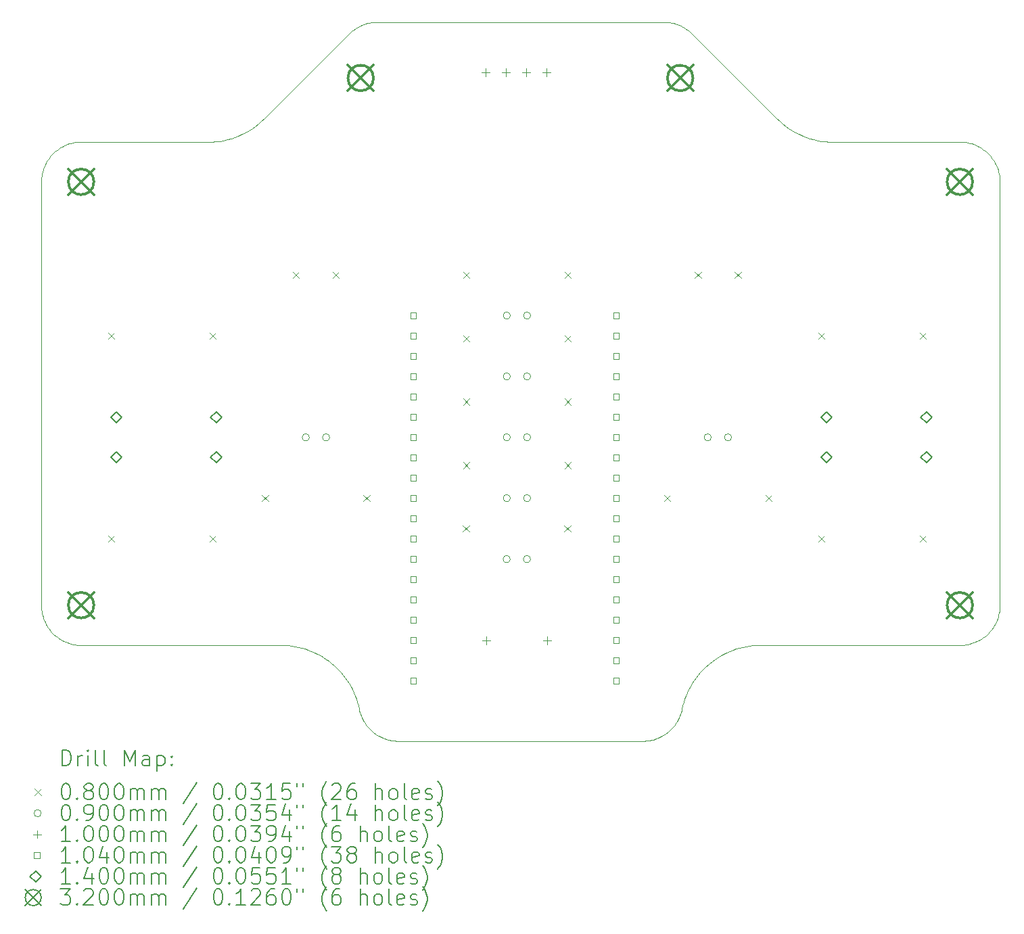
<source format=gbr>
%TF.GenerationSoftware,KiCad,Pcbnew,7.0.5*%
%TF.CreationDate,2024-08-14T01:08:48+02:00*%
%TF.ProjectId,game,67616d65-2e6b-4696-9361-645f70636258,rev?*%
%TF.SameCoordinates,Original*%
%TF.FileFunction,Drillmap*%
%TF.FilePolarity,Positive*%
%FSLAX45Y45*%
G04 Gerber Fmt 4.5, Leading zero omitted, Abs format (unit mm)*
G04 Created by KiCad (PCBNEW 7.0.5) date 2024-08-14 01:08:48*
%MOMM*%
%LPD*%
G01*
G04 APERTURE LIST*
%ADD10C,0.000000*%
%ADD11C,0.200000*%
%ADD12C,0.080000*%
%ADD13C,0.090000*%
%ADD14C,0.100000*%
%ADD15C,0.104000*%
%ADD16C,0.140000*%
%ADD17C,0.320000*%
G04 APERTURE END LIST*
D10*
X7114176Y-12618046D02*
X7129891Y-12636188D01*
X15090363Y-5098116D02*
X15070294Y-5084010D01*
X7010159Y-12400769D02*
X7015742Y-12424959D01*
X10599343Y-12999506D02*
X10565163Y-12975008D01*
X15125120Y-13315415D02*
X15105196Y-13353280D01*
X7129891Y-12636188D02*
X7146446Y-12653553D01*
X14995256Y-13684027D02*
X15002796Y-13663663D01*
X6999992Y-6999945D02*
X6999992Y-12300078D01*
X15002796Y-13663663D02*
X15009482Y-13642858D01*
X10216991Y-12823720D02*
X10174635Y-12815281D01*
X18997554Y-12349419D02*
X18999386Y-12324794D01*
X18671918Y-6530341D02*
X18648686Y-6522480D01*
X7015742Y-6875042D02*
X7010159Y-6899232D01*
X7000001Y-12300002D02*
X7000652Y-12325732D01*
X7283230Y-6549307D02*
X7261671Y-6560348D01*
X7015742Y-12424959D02*
X7022480Y-12448686D01*
X10418670Y-12891771D02*
X10379833Y-12874838D01*
X10979797Y-13600002D02*
X10969973Y-13556743D01*
X7328083Y-12769660D02*
X7351315Y-12777521D01*
X7039293Y-12494623D02*
X7049306Y-12516771D01*
X7000652Y-12325732D02*
X7002583Y-12351124D01*
X10780400Y-13174619D02*
X10753312Y-13142271D01*
X7022480Y-12448686D02*
X7030340Y-12471917D01*
X7351315Y-12777521D02*
X7375042Y-12784259D01*
X7002583Y-12351124D02*
X7005762Y-12376147D01*
X7005762Y-12376147D02*
X7010159Y-12400769D01*
X7030340Y-12471917D02*
X7039293Y-12494623D01*
X7049306Y-12516771D02*
X7060348Y-12538330D01*
X10913160Y-13392139D02*
X10894805Y-13353282D01*
X14792894Y-4999960D02*
X11207107Y-4999960D01*
X7060348Y-12538330D02*
X7072387Y-12559268D01*
X10695294Y-13081259D02*
X10664454Y-13052669D01*
X15620168Y-12874836D02*
X15581330Y-12891770D01*
X7072387Y-12559268D02*
X7085392Y-12579555D01*
X10529960Y-12951948D02*
X10493779Y-12930364D01*
X7085392Y-12579555D02*
X7099332Y-12599158D01*
X7099332Y-12599158D02*
X7114176Y-12618046D01*
X15506221Y-12930362D02*
X15434838Y-12975006D01*
X7146448Y-6646447D02*
X7129892Y-6663812D01*
X7146446Y-12653553D02*
X7163811Y-12670109D01*
X7163811Y-12670109D02*
X7181953Y-12685824D01*
X10664454Y-13052669D02*
X10632456Y-13025405D01*
X10874881Y-13315417D02*
X10853433Y-13278580D01*
X14720223Y-13962583D02*
X14739642Y-13954117D01*
X7181953Y-12685824D02*
X7200842Y-12700667D01*
X10131713Y-12808652D02*
X10088269Y-12803872D01*
X7200842Y-12700667D02*
X7220445Y-12714608D01*
X7220445Y-12714608D02*
X7240731Y-12727613D01*
X15086841Y-13392138D02*
X15070101Y-13431950D01*
X10258734Y-12833932D02*
X10216991Y-12823720D01*
X7423854Y-12794239D02*
X7448877Y-12797419D01*
X7030341Y-6828083D02*
X7022480Y-6851315D01*
X7240731Y-12727613D02*
X7261670Y-12739652D01*
X18950695Y-6783229D02*
X18939653Y-6761670D01*
X7500001Y-12800009D02*
X9999995Y-12800009D01*
X11133272Y-5005483D02*
X11109106Y-5009700D01*
X7261670Y-12739652D02*
X7283229Y-12750694D01*
X7283229Y-12750694D02*
X7305377Y-12760707D01*
X7305377Y-12760707D02*
X7328083Y-12769660D01*
X15434838Y-12975006D02*
X15367545Y-13025404D01*
X10944979Y-13472681D02*
X10929900Y-13431951D01*
X7375042Y-12784259D02*
X7399232Y-12789842D01*
X10632456Y-13025405D02*
X10599343Y-12999506D01*
X7399232Y-12789842D02*
X7423854Y-12794239D01*
X7448877Y-12797419D02*
X7474269Y-12799350D01*
X7474269Y-12799350D02*
X7499999Y-12800001D01*
X11054442Y-13778597D02*
X11066622Y-13795930D01*
X10724928Y-13111139D02*
X10695294Y-13081259D01*
X10969973Y-13556743D02*
X10958352Y-13514290D01*
X11207107Y-5000002D02*
X11182313Y-5000617D01*
X10958352Y-13514290D02*
X10944979Y-13472681D01*
X10379833Y-12874838D02*
X10340200Y-12859528D01*
X10929900Y-13431951D02*
X10913160Y-13392139D01*
X10894805Y-13353282D02*
X10874881Y-13315417D01*
X11425560Y-13998065D02*
X11447520Y-13999513D01*
X10299819Y-12845881D02*
X10258734Y-12833932D01*
X10853433Y-13278580D02*
X10830506Y-13242811D01*
X10830506Y-13242811D02*
X10806147Y-13208144D01*
X10997206Y-13663662D02*
X11004745Y-13684027D01*
X10806147Y-13208144D02*
X10780400Y-13174619D01*
X14680216Y-13977062D02*
X14700407Y-13970238D01*
X10753312Y-13142271D02*
X10724928Y-13111139D01*
X11170023Y-13900249D02*
X11187114Y-13912498D01*
X16207094Y-6206989D02*
X15146445Y-5146541D01*
X10565163Y-12975008D02*
X10529960Y-12951948D01*
X10493779Y-12930364D02*
X10456668Y-12910293D01*
X11222805Y-13934819D02*
X11241361Y-13944855D01*
X10456668Y-12910293D02*
X10418670Y-12891771D01*
X10340200Y-12859528D02*
X10299819Y-12845881D01*
X10174635Y-12815281D02*
X10131713Y-12808652D01*
X10088269Y-12803872D02*
X10044350Y-12800976D01*
X10044350Y-12800976D02*
X10000001Y-12800002D01*
X7163812Y-6629892D02*
X7146448Y-6646447D01*
X10979797Y-13600002D02*
X10984709Y-13621631D01*
X10984709Y-13621631D02*
X10990519Y-13642857D01*
X10990519Y-13642857D02*
X10997206Y-13663662D01*
X11004745Y-13684027D02*
X11013115Y-13703933D01*
X11013115Y-13703933D02*
X11022292Y-13723361D01*
X11022292Y-13723361D02*
X11032255Y-13742294D01*
X11032255Y-13742294D02*
X11042979Y-13760712D01*
X11042979Y-13760712D02*
X11054442Y-13778597D01*
X11066622Y-13795930D02*
X11079495Y-13812692D01*
X11079495Y-13812692D02*
X11093039Y-13828866D01*
X11093039Y-13828866D02*
X11107231Y-13844432D01*
X11107231Y-13844432D02*
X11122048Y-13859372D01*
X11122048Y-13859372D02*
X11137468Y-13873667D01*
X11137468Y-13873667D02*
X11153467Y-13887299D01*
X18668587Y-12770723D02*
X18691342Y-12761941D01*
X11153467Y-13887299D02*
X11170023Y-13900249D01*
X16577041Y-6441448D02*
X16623379Y-6456780D01*
X11187114Y-13912498D02*
X11204715Y-13924027D01*
X11204715Y-13924027D02*
X11222805Y-13934819D01*
X11241361Y-13944855D02*
X11260360Y-13954116D01*
X11260360Y-13954116D02*
X11279779Y-13962582D01*
X11279779Y-13962582D02*
X11299595Y-13970237D01*
X11299595Y-13970237D02*
X11319786Y-13977061D01*
X11319786Y-13977061D02*
X11340328Y-13983035D01*
X11340328Y-13983035D02*
X11361200Y-13988141D01*
X11361200Y-13988141D02*
X11382377Y-13992361D01*
X11382377Y-13992361D02*
X11403838Y-13995675D01*
X11403838Y-13995675D02*
X11425560Y-13998065D01*
X11447520Y-13999513D02*
X11469694Y-14000000D01*
X14530305Y-14000000D02*
X11469696Y-14000000D01*
X14530307Y-14000000D02*
X14552481Y-13999513D01*
X14552481Y-13999513D02*
X14574441Y-13998066D01*
X14574441Y-13998066D02*
X14596163Y-13995676D01*
X14596163Y-13995676D02*
X14617624Y-13992361D01*
X14617624Y-13992361D02*
X14638802Y-13988142D01*
X14967747Y-13742295D02*
X14977709Y-13723362D01*
X14638802Y-13988142D02*
X14659673Y-13983036D01*
X14659673Y-13983036D02*
X14680216Y-13977062D01*
X14700407Y-13970238D02*
X14720223Y-13962583D01*
X14739642Y-13954117D02*
X14758640Y-13944856D01*
X14758640Y-13944856D02*
X14777196Y-13934821D01*
X14777196Y-13934821D02*
X14812888Y-13912499D01*
X18939653Y-6761670D02*
X18927614Y-6740732D01*
X14812888Y-13912499D02*
X14846534Y-13887300D01*
X18853554Y-6646447D02*
X18836190Y-6629892D01*
X14938311Y-5021618D02*
X14914769Y-5015085D01*
X9756961Y-6241307D02*
X9792893Y-6207112D01*
X14846534Y-13887300D02*
X14877953Y-13859373D01*
X14877953Y-13859373D02*
X14906963Y-13828867D01*
X14906963Y-13828867D02*
X14920507Y-13812693D01*
X18624960Y-6515743D02*
X18600769Y-6510160D01*
X14920507Y-13812693D02*
X14933380Y-13795931D01*
X18716772Y-6549307D02*
X18694624Y-6539294D01*
X14933380Y-13795931D02*
X14945559Y-13778598D01*
X14817687Y-5000620D02*
X14792894Y-5000005D01*
X14945559Y-13778598D02*
X14957023Y-13760713D01*
X14957023Y-13760713D02*
X14967747Y-13742295D01*
X14977709Y-13723362D02*
X14986886Y-13703933D01*
X7060348Y-6761670D02*
X7049306Y-6783229D01*
X14986886Y-13703933D02*
X14995256Y-13684027D01*
X15009482Y-13642858D02*
X15015293Y-13621631D01*
X15955651Y-12800974D02*
X15911732Y-12803870D01*
X15015293Y-13621631D02*
X15020204Y-13600002D01*
X18600769Y-6510160D02*
X18576147Y-6505763D01*
X16000000Y-12800001D02*
X15955651Y-12800974D01*
X15911732Y-12803870D02*
X15868288Y-12808651D01*
X18500000Y-12800001D02*
X18524794Y-12799386D01*
X15868288Y-12808651D02*
X15825366Y-12815279D01*
X18551124Y-6502583D02*
X18525732Y-6500652D01*
X16670464Y-6469846D02*
X16718213Y-6480612D01*
X15825366Y-12815279D02*
X15783010Y-12823718D01*
X15783010Y-12823718D02*
X15741267Y-12833931D01*
X15741267Y-12833931D02*
X15700182Y-12845879D01*
X15700182Y-12845879D02*
X15659800Y-12859527D01*
X15659800Y-12859527D02*
X15620168Y-12874836D01*
X18525732Y-6500652D02*
X18500002Y-6500001D01*
X15581330Y-12891770D02*
X15543333Y-12910291D01*
X15543333Y-12910291D02*
X15506221Y-12930362D01*
X15367545Y-13025404D02*
X15304707Y-13081257D01*
X16914219Y-6499882D02*
X18500000Y-6499882D01*
X15304707Y-13081257D02*
X15246688Y-13142270D01*
X15246688Y-13142270D02*
X15219600Y-13174617D01*
X15219600Y-13174617D02*
X15193854Y-13208143D01*
X15193854Y-13208143D02*
X15169495Y-13242809D01*
X18713642Y-12752060D02*
X18735446Y-12741098D01*
X15169495Y-13242809D02*
X15146568Y-13278579D01*
X16718213Y-6480612D02*
X16766544Y-6489046D01*
X15146568Y-13278579D02*
X15125120Y-13315415D01*
X15105196Y-13353280D02*
X15086841Y-13392138D01*
X15070101Y-13431950D02*
X15055022Y-13472679D01*
X9599210Y-6358144D02*
X9640587Y-6331994D01*
X15055022Y-13472679D02*
X15041649Y-13514289D01*
X15041649Y-13514289D02*
X15030028Y-13556742D01*
X15030028Y-13556742D02*
X15020204Y-13600000D01*
X18500000Y-12800009D02*
X16000005Y-12800009D01*
X15028339Y-5058908D02*
X15006535Y-5047946D01*
X18524794Y-12799386D02*
X18549419Y-12797554D01*
X18549419Y-12797554D02*
X18573835Y-12794521D01*
X18573835Y-12794521D02*
X18598001Y-12790305D01*
X18598001Y-12790305D02*
X18621876Y-12784921D01*
X18621876Y-12784921D02*
X18645418Y-12778388D01*
X16359414Y-6331993D02*
X16400791Y-6358143D01*
X18645418Y-12778388D02*
X18668587Y-12770723D01*
X18691342Y-12761941D02*
X18713642Y-12752060D01*
X18735446Y-12741098D02*
X18756712Y-12729071D01*
X18756712Y-12729071D02*
X18777401Y-12715995D01*
X18777401Y-12715995D02*
X18797470Y-12701889D01*
X18797470Y-12701889D02*
X18816879Y-12686769D01*
X18816879Y-12686769D02*
X18835588Y-12670652D01*
X18835588Y-12670652D02*
X18853554Y-12653555D01*
X18853554Y-12653555D02*
X18870651Y-12635588D01*
X18870651Y-12635588D02*
X18886768Y-12616880D01*
X18886768Y-12616880D02*
X18901888Y-12597471D01*
X18901888Y-12597471D02*
X18915995Y-12577401D01*
X18915995Y-12577401D02*
X18929070Y-12556713D01*
X14914769Y-5015085D02*
X14890894Y-5009701D01*
X18929070Y-12556713D02*
X18941097Y-12535446D01*
X18941097Y-12535446D02*
X18952060Y-12513642D01*
X18952060Y-12513642D02*
X18961940Y-12491342D01*
X18961940Y-12491342D02*
X18970722Y-12468587D01*
X18970722Y-12468587D02*
X18978388Y-12445418D01*
X18978388Y-12445418D02*
X18984921Y-12421876D01*
X18984921Y-12421876D02*
X18990304Y-12398001D01*
X18990304Y-12398001D02*
X18994521Y-12373835D01*
X18994521Y-12373835D02*
X18997554Y-12349419D01*
X18999386Y-12324794D02*
X19000001Y-12300001D01*
X19000009Y-6999945D02*
X19000009Y-12300078D01*
X19000000Y-7000000D02*
X18999350Y-6974270D01*
X18999350Y-6974270D02*
X18997419Y-6948878D01*
X18997419Y-6948878D02*
X18994239Y-6923855D01*
X16207107Y-6207109D02*
X16243040Y-6241304D01*
X18994239Y-6923855D02*
X18989842Y-6899232D01*
X10890228Y-5113238D02*
X10871520Y-5129356D01*
X9376622Y-6456779D02*
X9422960Y-6441448D01*
X18989842Y-6899232D02*
X18984259Y-6875042D01*
X14984235Y-5038065D02*
X14961480Y-5029284D01*
X18984259Y-6875042D02*
X18977521Y-6851315D01*
X11182313Y-5000617D02*
X11157688Y-5002450D01*
X7375043Y-6515743D02*
X7351316Y-6522480D01*
X18977521Y-6851315D02*
X18969661Y-6828083D01*
X18969661Y-6828083D02*
X18960708Y-6805377D01*
X18799159Y-6599333D02*
X18779556Y-6585393D01*
X18960708Y-6805377D02*
X18950695Y-6783229D01*
X9281788Y-6480611D02*
X9329537Y-6469845D01*
X18927614Y-6740732D02*
X18914609Y-6720445D01*
X18914609Y-6720445D02*
X18900669Y-6700842D01*
X10929707Y-5084011D02*
X10909637Y-5098118D01*
X18900669Y-6700842D02*
X18885825Y-6681954D01*
X18885825Y-6681954D02*
X18870110Y-6663812D01*
X18870110Y-6663812D02*
X18853554Y-6646447D01*
X18836190Y-6629892D02*
X18818048Y-6614176D01*
X18818048Y-6614176D02*
X18799159Y-6599333D01*
X18779556Y-6585393D02*
X18759270Y-6572388D01*
X18759270Y-6572388D02*
X18738331Y-6560348D01*
X18576147Y-6505763D02*
X18551124Y-6502583D01*
X18738331Y-6560348D02*
X18716772Y-6549307D01*
X18694624Y-6539294D02*
X18671918Y-6530341D01*
X18648686Y-6522480D02*
X18624960Y-6515743D01*
X16243040Y-6241304D02*
X16280456Y-6273539D01*
X16280456Y-6273539D02*
X16319275Y-6303780D01*
X16319275Y-6303780D02*
X16359414Y-6331993D01*
X16400791Y-6358143D02*
X16443324Y-6382198D01*
X16443324Y-6382198D02*
X16486931Y-6404123D01*
X16486931Y-6404123D02*
X16531531Y-6423884D01*
X16531531Y-6423884D02*
X16577041Y-6441448D01*
X16623379Y-6456780D02*
X16670464Y-6469846D01*
X16766544Y-6489046D02*
X16815377Y-6495111D01*
X16815377Y-6495111D02*
X16864627Y-6498776D01*
X16864627Y-6498776D02*
X16914214Y-6500005D01*
X15146447Y-5146450D02*
X15128481Y-5129353D01*
X15128481Y-5129353D02*
X15109773Y-5113236D01*
X11038520Y-5029283D02*
X11015765Y-5038065D01*
X15109773Y-5113236D02*
X15090363Y-5098116D01*
X15070294Y-5084010D02*
X15049605Y-5070935D01*
X15049605Y-5070935D02*
X15028339Y-5058908D01*
X15006535Y-5047946D02*
X14984235Y-5038065D01*
X10909637Y-5098118D02*
X10890228Y-5113238D01*
X14961480Y-5029284D02*
X14938311Y-5021618D01*
X9085787Y-6500001D02*
X9135374Y-6498773D01*
X14890894Y-5009701D02*
X14866728Y-5005485D01*
X11061689Y-5021617D02*
X11038520Y-5029283D01*
X14866728Y-5005485D02*
X14842312Y-5002452D01*
X14842312Y-5002452D02*
X14817687Y-5000620D01*
X11157688Y-5002450D02*
X11133272Y-5005483D01*
X11109106Y-5009700D02*
X11085232Y-5015084D01*
X11085232Y-5015084D02*
X11061689Y-5021617D01*
X11015765Y-5038065D02*
X10993465Y-5047946D01*
X10993465Y-5047946D02*
X10971662Y-5058909D01*
X10971662Y-5058909D02*
X10950395Y-5070936D01*
X10950395Y-5070936D02*
X10929707Y-5084011D01*
X10871520Y-5129356D02*
X10853554Y-5146453D01*
X10853555Y-5146538D02*
X9792906Y-6206986D01*
X9135374Y-6498773D02*
X9184625Y-6495109D01*
X9184625Y-6495109D02*
X9233457Y-6489044D01*
X9233457Y-6489044D02*
X9281788Y-6480611D01*
X9329537Y-6469845D02*
X9376622Y-6456779D01*
X9422960Y-6441448D02*
X9468470Y-6423884D01*
X9468470Y-6423884D02*
X9513070Y-6404124D01*
X9513070Y-6404124D02*
X9556677Y-6382199D01*
X9556677Y-6382199D02*
X9599210Y-6358144D01*
X9640587Y-6331994D02*
X9680726Y-6303781D01*
X9680726Y-6303781D02*
X9719544Y-6273541D01*
X9719544Y-6273541D02*
X9756961Y-6241307D01*
X9085781Y-6499882D02*
X7500001Y-6499882D01*
X7500001Y-6500001D02*
X7474271Y-6500652D01*
X7474271Y-6500652D02*
X7448879Y-6502583D01*
X7448879Y-6502583D02*
X7423856Y-6505763D01*
X7423856Y-6505763D02*
X7399233Y-6510160D01*
X7114177Y-6681954D02*
X7099333Y-6700842D01*
X7399233Y-6510160D02*
X7375043Y-6515743D01*
X7351316Y-6522480D02*
X7328084Y-6530341D01*
X7328084Y-6530341D02*
X7305378Y-6539294D01*
X7305378Y-6539294D02*
X7283230Y-6549307D01*
X7261671Y-6560348D02*
X7240733Y-6572388D01*
X7240733Y-6572388D02*
X7220446Y-6585393D01*
X7220446Y-6585393D02*
X7200843Y-6599333D01*
X7200843Y-6599333D02*
X7181955Y-6614176D01*
X7181955Y-6614176D02*
X7163812Y-6629892D01*
X7072388Y-6740732D02*
X7060348Y-6761670D01*
X7129892Y-6663812D02*
X7114177Y-6681954D01*
X7099333Y-6700842D02*
X7085393Y-6720445D01*
X7085393Y-6720445D02*
X7072388Y-6740732D01*
X7049306Y-6783229D02*
X7039293Y-6805377D01*
X7039293Y-6805377D02*
X7030341Y-6828083D01*
X7022480Y-6851315D02*
X7015742Y-6875042D01*
X7010159Y-6899232D02*
X7005761Y-6923855D01*
X7005761Y-6923855D02*
X7002582Y-6948878D01*
X7002582Y-6948878D02*
X7000651Y-6974270D01*
X7000651Y-6974270D02*
X7000000Y-7000000D01*
D11*
D12*
X7835510Y-8888852D02*
X7915510Y-8968852D01*
X7915510Y-8888852D02*
X7835510Y-8968852D01*
X7835510Y-11428852D02*
X7915510Y-11508852D01*
X7915510Y-11428852D02*
X7835510Y-11508852D01*
X9105510Y-8888852D02*
X9185510Y-8968852D01*
X9185510Y-8888852D02*
X9105510Y-8968852D01*
X9105510Y-11428852D02*
X9185510Y-11508852D01*
X9185510Y-11428852D02*
X9105510Y-11508852D01*
X9764885Y-10920852D02*
X9844885Y-11000852D01*
X9844885Y-10920852D02*
X9764885Y-11000852D01*
X10149885Y-8126852D02*
X10229885Y-8206852D01*
X10229885Y-8126852D02*
X10149885Y-8206852D01*
X10649885Y-8126852D02*
X10729885Y-8206852D01*
X10729885Y-8126852D02*
X10649885Y-8206852D01*
X11034885Y-10920852D02*
X11114885Y-11000852D01*
X11114885Y-10920852D02*
X11034885Y-11000852D01*
X12279611Y-11302408D02*
X12359611Y-11382408D01*
X12359611Y-11302408D02*
X12279611Y-11382408D01*
X12281010Y-8126852D02*
X12361010Y-8206852D01*
X12361010Y-8126852D02*
X12281010Y-8206852D01*
X12281010Y-8920741D02*
X12361010Y-9000741D01*
X12361010Y-8920741D02*
X12281010Y-9000741D01*
X12281010Y-9714630D02*
X12361010Y-9794630D01*
X12361010Y-9714630D02*
X12281010Y-9794630D01*
X12281010Y-10508519D02*
X12361010Y-10588519D01*
X12361010Y-10508519D02*
X12281010Y-10588519D01*
X13549611Y-11302408D02*
X13629611Y-11382408D01*
X13629611Y-11302408D02*
X13549611Y-11382408D01*
X13551010Y-8126852D02*
X13631010Y-8206852D01*
X13631010Y-8126852D02*
X13551010Y-8206852D01*
X13551010Y-8920741D02*
X13631010Y-9000741D01*
X13631010Y-8920741D02*
X13551010Y-9000741D01*
X13551010Y-9714630D02*
X13631010Y-9794630D01*
X13631010Y-9714630D02*
X13551010Y-9794630D01*
X13551010Y-10508519D02*
X13631010Y-10588519D01*
X13631010Y-10508519D02*
X13551010Y-10588519D01*
X14796135Y-10920852D02*
X14876135Y-11000852D01*
X14876135Y-10920852D02*
X14796135Y-11000852D01*
X15181135Y-8126852D02*
X15261135Y-8206852D01*
X15261135Y-8126852D02*
X15181135Y-8206852D01*
X15681135Y-8126852D02*
X15761135Y-8206852D01*
X15761135Y-8126852D02*
X15681135Y-8206852D01*
X16066135Y-10920852D02*
X16146135Y-11000852D01*
X16146135Y-10920852D02*
X16066135Y-11000852D01*
X16725510Y-8888852D02*
X16805510Y-8968852D01*
X16805510Y-8888852D02*
X16725510Y-8968852D01*
X16725510Y-11428852D02*
X16805510Y-11508852D01*
X16805510Y-11428852D02*
X16725510Y-11508852D01*
X17995510Y-8888852D02*
X18075510Y-8968852D01*
X18075510Y-8888852D02*
X17995510Y-8968852D01*
X17995510Y-11428852D02*
X18075510Y-11508852D01*
X18075510Y-11428852D02*
X17995510Y-11508852D01*
D13*
X10357385Y-10198852D02*
G75*
G03*
X10357385Y-10198852I-45000J0D01*
G01*
X10611385Y-10198852D02*
G75*
G03*
X10611385Y-10198852I-45000J0D01*
G01*
X12872111Y-11722852D02*
G75*
G03*
X12872111Y-11722852I-45000J0D01*
G01*
X12873510Y-8674852D02*
G75*
G03*
X12873510Y-8674852I-45000J0D01*
G01*
X12873510Y-9436852D02*
G75*
G03*
X12873510Y-9436852I-45000J0D01*
G01*
X12873510Y-10198852D02*
G75*
G03*
X12873510Y-10198852I-45000J0D01*
G01*
X12873510Y-10960852D02*
G75*
G03*
X12873510Y-10960852I-45000J0D01*
G01*
X13126111Y-11722852D02*
G75*
G03*
X13126111Y-11722852I-45000J0D01*
G01*
X13127510Y-8674852D02*
G75*
G03*
X13127510Y-8674852I-45000J0D01*
G01*
X13127510Y-9436852D02*
G75*
G03*
X13127510Y-9436852I-45000J0D01*
G01*
X13127510Y-10198852D02*
G75*
G03*
X13127510Y-10198852I-45000J0D01*
G01*
X13127510Y-10960852D02*
G75*
G03*
X13127510Y-10960852I-45000J0D01*
G01*
X15388635Y-10198852D02*
G75*
G03*
X15388635Y-10198852I-45000J0D01*
G01*
X15642635Y-10198852D02*
G75*
G03*
X15642635Y-10198852I-45000J0D01*
G01*
D14*
X12563510Y-5576852D02*
X12563510Y-5676852D01*
X12513510Y-5626852D02*
X12613510Y-5626852D01*
X12575510Y-12688852D02*
X12575510Y-12788852D01*
X12525510Y-12738852D02*
X12625510Y-12738852D01*
X12817510Y-5576852D02*
X12817510Y-5676852D01*
X12767510Y-5626852D02*
X12867510Y-5626852D01*
X13071510Y-5576852D02*
X13071510Y-5676852D01*
X13021510Y-5626852D02*
X13121510Y-5626852D01*
X13325510Y-5576852D02*
X13325510Y-5676852D01*
X13275510Y-5626852D02*
X13375510Y-5626852D01*
X13335510Y-12688852D02*
X13335510Y-12788852D01*
X13285510Y-12738852D02*
X13385510Y-12738852D01*
D15*
X11693530Y-8711622D02*
X11693530Y-8638082D01*
X11619990Y-8638082D01*
X11619990Y-8711622D01*
X11693530Y-8711622D01*
X11693530Y-8965622D02*
X11693530Y-8892082D01*
X11619990Y-8892082D01*
X11619990Y-8965622D01*
X11693530Y-8965622D01*
X11693530Y-9219622D02*
X11693530Y-9146082D01*
X11619990Y-9146082D01*
X11619990Y-9219622D01*
X11693530Y-9219622D01*
X11693530Y-9473622D02*
X11693530Y-9400082D01*
X11619990Y-9400082D01*
X11619990Y-9473622D01*
X11693530Y-9473622D01*
X11693530Y-9727622D02*
X11693530Y-9654082D01*
X11619990Y-9654082D01*
X11619990Y-9727622D01*
X11693530Y-9727622D01*
X11693530Y-9981622D02*
X11693530Y-9908082D01*
X11619990Y-9908082D01*
X11619990Y-9981622D01*
X11693530Y-9981622D01*
X11693530Y-10235622D02*
X11693530Y-10162082D01*
X11619990Y-10162082D01*
X11619990Y-10235622D01*
X11693530Y-10235622D01*
X11693530Y-10489622D02*
X11693530Y-10416082D01*
X11619990Y-10416082D01*
X11619990Y-10489622D01*
X11693530Y-10489622D01*
X11693530Y-10743622D02*
X11693530Y-10670082D01*
X11619990Y-10670082D01*
X11619990Y-10743622D01*
X11693530Y-10743622D01*
X11693530Y-10997622D02*
X11693530Y-10924082D01*
X11619990Y-10924082D01*
X11619990Y-10997622D01*
X11693530Y-10997622D01*
X11693530Y-11251622D02*
X11693530Y-11178082D01*
X11619990Y-11178082D01*
X11619990Y-11251622D01*
X11693530Y-11251622D01*
X11693530Y-11505622D02*
X11693530Y-11432082D01*
X11619990Y-11432082D01*
X11619990Y-11505622D01*
X11693530Y-11505622D01*
X11693530Y-11759622D02*
X11693530Y-11686082D01*
X11619990Y-11686082D01*
X11619990Y-11759622D01*
X11693530Y-11759622D01*
X11693530Y-12013622D02*
X11693530Y-11940082D01*
X11619990Y-11940082D01*
X11619990Y-12013622D01*
X11693530Y-12013622D01*
X11693530Y-12267622D02*
X11693530Y-12194082D01*
X11619990Y-12194082D01*
X11619990Y-12267622D01*
X11693530Y-12267622D01*
X11693530Y-12521622D02*
X11693530Y-12448082D01*
X11619990Y-12448082D01*
X11619990Y-12521622D01*
X11693530Y-12521622D01*
X11693530Y-12775622D02*
X11693530Y-12702082D01*
X11619990Y-12702082D01*
X11619990Y-12775622D01*
X11693530Y-12775622D01*
X11693530Y-13029622D02*
X11693530Y-12956082D01*
X11619990Y-12956082D01*
X11619990Y-13029622D01*
X11693530Y-13029622D01*
X11693530Y-13283622D02*
X11693530Y-13210082D01*
X11619990Y-13210082D01*
X11619990Y-13283622D01*
X11693530Y-13283622D01*
X14233530Y-8711622D02*
X14233530Y-8638082D01*
X14159990Y-8638082D01*
X14159990Y-8711622D01*
X14233530Y-8711622D01*
X14233530Y-8965622D02*
X14233530Y-8892082D01*
X14159990Y-8892082D01*
X14159990Y-8965622D01*
X14233530Y-8965622D01*
X14233530Y-9219622D02*
X14233530Y-9146082D01*
X14159990Y-9146082D01*
X14159990Y-9219622D01*
X14233530Y-9219622D01*
X14233530Y-9473622D02*
X14233530Y-9400082D01*
X14159990Y-9400082D01*
X14159990Y-9473622D01*
X14233530Y-9473622D01*
X14233530Y-9727622D02*
X14233530Y-9654082D01*
X14159990Y-9654082D01*
X14159990Y-9727622D01*
X14233530Y-9727622D01*
X14233530Y-9981622D02*
X14233530Y-9908082D01*
X14159990Y-9908082D01*
X14159990Y-9981622D01*
X14233530Y-9981622D01*
X14233530Y-10235622D02*
X14233530Y-10162082D01*
X14159990Y-10162082D01*
X14159990Y-10235622D01*
X14233530Y-10235622D01*
X14233530Y-10489622D02*
X14233530Y-10416082D01*
X14159990Y-10416082D01*
X14159990Y-10489622D01*
X14233530Y-10489622D01*
X14233530Y-10743622D02*
X14233530Y-10670082D01*
X14159990Y-10670082D01*
X14159990Y-10743622D01*
X14233530Y-10743622D01*
X14233530Y-10997622D02*
X14233530Y-10924082D01*
X14159990Y-10924082D01*
X14159990Y-10997622D01*
X14233530Y-10997622D01*
X14233530Y-11251622D02*
X14233530Y-11178082D01*
X14159990Y-11178082D01*
X14159990Y-11251622D01*
X14233530Y-11251622D01*
X14233530Y-11505622D02*
X14233530Y-11432082D01*
X14159990Y-11432082D01*
X14159990Y-11505622D01*
X14233530Y-11505622D01*
X14233530Y-11759622D02*
X14233530Y-11686082D01*
X14159990Y-11686082D01*
X14159990Y-11759622D01*
X14233530Y-11759622D01*
X14233530Y-12013622D02*
X14233530Y-11940082D01*
X14159990Y-11940082D01*
X14159990Y-12013622D01*
X14233530Y-12013622D01*
X14233530Y-12267622D02*
X14233530Y-12194082D01*
X14159990Y-12194082D01*
X14159990Y-12267622D01*
X14233530Y-12267622D01*
X14233530Y-12521622D02*
X14233530Y-12448082D01*
X14159990Y-12448082D01*
X14159990Y-12521622D01*
X14233530Y-12521622D01*
X14233530Y-12775622D02*
X14233530Y-12702082D01*
X14159990Y-12702082D01*
X14159990Y-12775622D01*
X14233530Y-12775622D01*
X14233530Y-13029622D02*
X14233530Y-12956082D01*
X14159990Y-12956082D01*
X14159990Y-13029622D01*
X14233530Y-13029622D01*
X14233530Y-13283622D02*
X14233530Y-13210082D01*
X14159990Y-13210082D01*
X14159990Y-13283622D01*
X14233530Y-13283622D01*
D16*
X7940510Y-10018852D02*
X8010510Y-9948852D01*
X7940510Y-9878852D01*
X7870510Y-9948852D01*
X7940510Y-10018852D01*
X7940510Y-10518852D02*
X8010510Y-10448852D01*
X7940510Y-10378852D01*
X7870510Y-10448852D01*
X7940510Y-10518852D01*
X9190510Y-10018852D02*
X9260510Y-9948852D01*
X9190510Y-9878852D01*
X9120510Y-9948852D01*
X9190510Y-10018852D01*
X9190510Y-10518852D02*
X9260510Y-10448852D01*
X9190510Y-10378852D01*
X9120510Y-10448852D01*
X9190510Y-10518852D01*
X16830510Y-10018852D02*
X16900510Y-9948852D01*
X16830510Y-9878852D01*
X16760510Y-9948852D01*
X16830510Y-10018852D01*
X16830510Y-10518852D02*
X16900510Y-10448852D01*
X16830510Y-10378852D01*
X16760510Y-10448852D01*
X16830510Y-10518852D01*
X18080510Y-10018852D02*
X18150510Y-9948852D01*
X18080510Y-9878852D01*
X18010510Y-9948852D01*
X18080510Y-10018852D01*
X18080510Y-10518852D02*
X18150510Y-10448852D01*
X18080510Y-10378852D01*
X18010510Y-10448852D01*
X18080510Y-10518852D01*
D17*
X7340000Y-6840000D02*
X7660000Y-7160000D01*
X7660000Y-6840000D02*
X7340000Y-7160000D01*
X7660000Y-7000000D02*
G75*
G03*
X7660000Y-7000000I-160000J0D01*
G01*
X7340000Y-12140000D02*
X7660000Y-12460000D01*
X7660000Y-12140000D02*
X7340000Y-12460000D01*
X7660000Y-12300000D02*
G75*
G03*
X7660000Y-12300000I-160000J0D01*
G01*
X10840000Y-5540000D02*
X11160000Y-5860000D01*
X11160000Y-5540000D02*
X10840000Y-5860000D01*
X11160000Y-5700000D02*
G75*
G03*
X11160000Y-5700000I-160000J0D01*
G01*
X14840000Y-5540000D02*
X15160000Y-5860000D01*
X15160000Y-5540000D02*
X14840000Y-5860000D01*
X15160000Y-5700000D02*
G75*
G03*
X15160000Y-5700000I-160000J0D01*
G01*
X18340000Y-6840000D02*
X18660000Y-7160000D01*
X18660000Y-6840000D02*
X18340000Y-7160000D01*
X18660000Y-7000000D02*
G75*
G03*
X18660000Y-7000000I-160000J0D01*
G01*
X18340000Y-12140000D02*
X18660000Y-12460000D01*
X18660000Y-12140000D02*
X18340000Y-12460000D01*
X18660000Y-12300000D02*
G75*
G03*
X18660000Y-12300000I-160000J0D01*
G01*
D11*
X7260768Y-14311484D02*
X7260768Y-14111484D01*
X7260768Y-14111484D02*
X7308387Y-14111484D01*
X7308387Y-14111484D02*
X7336959Y-14121008D01*
X7336959Y-14121008D02*
X7356006Y-14140055D01*
X7356006Y-14140055D02*
X7365530Y-14159103D01*
X7365530Y-14159103D02*
X7375054Y-14197198D01*
X7375054Y-14197198D02*
X7375054Y-14225770D01*
X7375054Y-14225770D02*
X7365530Y-14263865D01*
X7365530Y-14263865D02*
X7356006Y-14282912D01*
X7356006Y-14282912D02*
X7336959Y-14301960D01*
X7336959Y-14301960D02*
X7308387Y-14311484D01*
X7308387Y-14311484D02*
X7260768Y-14311484D01*
X7460768Y-14311484D02*
X7460768Y-14178150D01*
X7460768Y-14216246D02*
X7470292Y-14197198D01*
X7470292Y-14197198D02*
X7479816Y-14187674D01*
X7479816Y-14187674D02*
X7498864Y-14178150D01*
X7498864Y-14178150D02*
X7517911Y-14178150D01*
X7584578Y-14311484D02*
X7584578Y-14178150D01*
X7584578Y-14111484D02*
X7575054Y-14121008D01*
X7575054Y-14121008D02*
X7584578Y-14130531D01*
X7584578Y-14130531D02*
X7594102Y-14121008D01*
X7594102Y-14121008D02*
X7584578Y-14111484D01*
X7584578Y-14111484D02*
X7584578Y-14130531D01*
X7708387Y-14311484D02*
X7689340Y-14301960D01*
X7689340Y-14301960D02*
X7679816Y-14282912D01*
X7679816Y-14282912D02*
X7679816Y-14111484D01*
X7813149Y-14311484D02*
X7794102Y-14301960D01*
X7794102Y-14301960D02*
X7784578Y-14282912D01*
X7784578Y-14282912D02*
X7784578Y-14111484D01*
X8041721Y-14311484D02*
X8041721Y-14111484D01*
X8041721Y-14111484D02*
X8108387Y-14254341D01*
X8108387Y-14254341D02*
X8175054Y-14111484D01*
X8175054Y-14111484D02*
X8175054Y-14311484D01*
X8356006Y-14311484D02*
X8356006Y-14206722D01*
X8356006Y-14206722D02*
X8346483Y-14187674D01*
X8346483Y-14187674D02*
X8327435Y-14178150D01*
X8327435Y-14178150D02*
X8289340Y-14178150D01*
X8289340Y-14178150D02*
X8270292Y-14187674D01*
X8356006Y-14301960D02*
X8336959Y-14311484D01*
X8336959Y-14311484D02*
X8289340Y-14311484D01*
X8289340Y-14311484D02*
X8270292Y-14301960D01*
X8270292Y-14301960D02*
X8260768Y-14282912D01*
X8260768Y-14282912D02*
X8260768Y-14263865D01*
X8260768Y-14263865D02*
X8270292Y-14244817D01*
X8270292Y-14244817D02*
X8289340Y-14235293D01*
X8289340Y-14235293D02*
X8336959Y-14235293D01*
X8336959Y-14235293D02*
X8356006Y-14225770D01*
X8451245Y-14178150D02*
X8451245Y-14378150D01*
X8451245Y-14187674D02*
X8470292Y-14178150D01*
X8470292Y-14178150D02*
X8508388Y-14178150D01*
X8508388Y-14178150D02*
X8527435Y-14187674D01*
X8527435Y-14187674D02*
X8536959Y-14197198D01*
X8536959Y-14197198D02*
X8546483Y-14216246D01*
X8546483Y-14216246D02*
X8546483Y-14273389D01*
X8546483Y-14273389D02*
X8536959Y-14292436D01*
X8536959Y-14292436D02*
X8527435Y-14301960D01*
X8527435Y-14301960D02*
X8508388Y-14311484D01*
X8508388Y-14311484D02*
X8470292Y-14311484D01*
X8470292Y-14311484D02*
X8451245Y-14301960D01*
X8632197Y-14292436D02*
X8641721Y-14301960D01*
X8641721Y-14301960D02*
X8632197Y-14311484D01*
X8632197Y-14311484D02*
X8622673Y-14301960D01*
X8622673Y-14301960D02*
X8632197Y-14292436D01*
X8632197Y-14292436D02*
X8632197Y-14311484D01*
X8632197Y-14187674D02*
X8641721Y-14197198D01*
X8641721Y-14197198D02*
X8632197Y-14206722D01*
X8632197Y-14206722D02*
X8622673Y-14197198D01*
X8622673Y-14197198D02*
X8632197Y-14187674D01*
X8632197Y-14187674D02*
X8632197Y-14206722D01*
D12*
X6919992Y-14600000D02*
X6999992Y-14680000D01*
X6999992Y-14600000D02*
X6919992Y-14680000D01*
D11*
X7298864Y-14531484D02*
X7317911Y-14531484D01*
X7317911Y-14531484D02*
X7336959Y-14541008D01*
X7336959Y-14541008D02*
X7346483Y-14550531D01*
X7346483Y-14550531D02*
X7356006Y-14569579D01*
X7356006Y-14569579D02*
X7365530Y-14607674D01*
X7365530Y-14607674D02*
X7365530Y-14655293D01*
X7365530Y-14655293D02*
X7356006Y-14693389D01*
X7356006Y-14693389D02*
X7346483Y-14712436D01*
X7346483Y-14712436D02*
X7336959Y-14721960D01*
X7336959Y-14721960D02*
X7317911Y-14731484D01*
X7317911Y-14731484D02*
X7298864Y-14731484D01*
X7298864Y-14731484D02*
X7279816Y-14721960D01*
X7279816Y-14721960D02*
X7270292Y-14712436D01*
X7270292Y-14712436D02*
X7260768Y-14693389D01*
X7260768Y-14693389D02*
X7251245Y-14655293D01*
X7251245Y-14655293D02*
X7251245Y-14607674D01*
X7251245Y-14607674D02*
X7260768Y-14569579D01*
X7260768Y-14569579D02*
X7270292Y-14550531D01*
X7270292Y-14550531D02*
X7279816Y-14541008D01*
X7279816Y-14541008D02*
X7298864Y-14531484D01*
X7451245Y-14712436D02*
X7460768Y-14721960D01*
X7460768Y-14721960D02*
X7451245Y-14731484D01*
X7451245Y-14731484D02*
X7441721Y-14721960D01*
X7441721Y-14721960D02*
X7451245Y-14712436D01*
X7451245Y-14712436D02*
X7451245Y-14731484D01*
X7575054Y-14617198D02*
X7556006Y-14607674D01*
X7556006Y-14607674D02*
X7546483Y-14598150D01*
X7546483Y-14598150D02*
X7536959Y-14579103D01*
X7536959Y-14579103D02*
X7536959Y-14569579D01*
X7536959Y-14569579D02*
X7546483Y-14550531D01*
X7546483Y-14550531D02*
X7556006Y-14541008D01*
X7556006Y-14541008D02*
X7575054Y-14531484D01*
X7575054Y-14531484D02*
X7613149Y-14531484D01*
X7613149Y-14531484D02*
X7632197Y-14541008D01*
X7632197Y-14541008D02*
X7641721Y-14550531D01*
X7641721Y-14550531D02*
X7651245Y-14569579D01*
X7651245Y-14569579D02*
X7651245Y-14579103D01*
X7651245Y-14579103D02*
X7641721Y-14598150D01*
X7641721Y-14598150D02*
X7632197Y-14607674D01*
X7632197Y-14607674D02*
X7613149Y-14617198D01*
X7613149Y-14617198D02*
X7575054Y-14617198D01*
X7575054Y-14617198D02*
X7556006Y-14626722D01*
X7556006Y-14626722D02*
X7546483Y-14636246D01*
X7546483Y-14636246D02*
X7536959Y-14655293D01*
X7536959Y-14655293D02*
X7536959Y-14693389D01*
X7536959Y-14693389D02*
X7546483Y-14712436D01*
X7546483Y-14712436D02*
X7556006Y-14721960D01*
X7556006Y-14721960D02*
X7575054Y-14731484D01*
X7575054Y-14731484D02*
X7613149Y-14731484D01*
X7613149Y-14731484D02*
X7632197Y-14721960D01*
X7632197Y-14721960D02*
X7641721Y-14712436D01*
X7641721Y-14712436D02*
X7651245Y-14693389D01*
X7651245Y-14693389D02*
X7651245Y-14655293D01*
X7651245Y-14655293D02*
X7641721Y-14636246D01*
X7641721Y-14636246D02*
X7632197Y-14626722D01*
X7632197Y-14626722D02*
X7613149Y-14617198D01*
X7775054Y-14531484D02*
X7794102Y-14531484D01*
X7794102Y-14531484D02*
X7813149Y-14541008D01*
X7813149Y-14541008D02*
X7822673Y-14550531D01*
X7822673Y-14550531D02*
X7832197Y-14569579D01*
X7832197Y-14569579D02*
X7841721Y-14607674D01*
X7841721Y-14607674D02*
X7841721Y-14655293D01*
X7841721Y-14655293D02*
X7832197Y-14693389D01*
X7832197Y-14693389D02*
X7822673Y-14712436D01*
X7822673Y-14712436D02*
X7813149Y-14721960D01*
X7813149Y-14721960D02*
X7794102Y-14731484D01*
X7794102Y-14731484D02*
X7775054Y-14731484D01*
X7775054Y-14731484D02*
X7756006Y-14721960D01*
X7756006Y-14721960D02*
X7746483Y-14712436D01*
X7746483Y-14712436D02*
X7736959Y-14693389D01*
X7736959Y-14693389D02*
X7727435Y-14655293D01*
X7727435Y-14655293D02*
X7727435Y-14607674D01*
X7727435Y-14607674D02*
X7736959Y-14569579D01*
X7736959Y-14569579D02*
X7746483Y-14550531D01*
X7746483Y-14550531D02*
X7756006Y-14541008D01*
X7756006Y-14541008D02*
X7775054Y-14531484D01*
X7965530Y-14531484D02*
X7984578Y-14531484D01*
X7984578Y-14531484D02*
X8003626Y-14541008D01*
X8003626Y-14541008D02*
X8013149Y-14550531D01*
X8013149Y-14550531D02*
X8022673Y-14569579D01*
X8022673Y-14569579D02*
X8032197Y-14607674D01*
X8032197Y-14607674D02*
X8032197Y-14655293D01*
X8032197Y-14655293D02*
X8022673Y-14693389D01*
X8022673Y-14693389D02*
X8013149Y-14712436D01*
X8013149Y-14712436D02*
X8003626Y-14721960D01*
X8003626Y-14721960D02*
X7984578Y-14731484D01*
X7984578Y-14731484D02*
X7965530Y-14731484D01*
X7965530Y-14731484D02*
X7946483Y-14721960D01*
X7946483Y-14721960D02*
X7936959Y-14712436D01*
X7936959Y-14712436D02*
X7927435Y-14693389D01*
X7927435Y-14693389D02*
X7917911Y-14655293D01*
X7917911Y-14655293D02*
X7917911Y-14607674D01*
X7917911Y-14607674D02*
X7927435Y-14569579D01*
X7927435Y-14569579D02*
X7936959Y-14550531D01*
X7936959Y-14550531D02*
X7946483Y-14541008D01*
X7946483Y-14541008D02*
X7965530Y-14531484D01*
X8117911Y-14731484D02*
X8117911Y-14598150D01*
X8117911Y-14617198D02*
X8127435Y-14607674D01*
X8127435Y-14607674D02*
X8146483Y-14598150D01*
X8146483Y-14598150D02*
X8175054Y-14598150D01*
X8175054Y-14598150D02*
X8194102Y-14607674D01*
X8194102Y-14607674D02*
X8203626Y-14626722D01*
X8203626Y-14626722D02*
X8203626Y-14731484D01*
X8203626Y-14626722D02*
X8213149Y-14607674D01*
X8213149Y-14607674D02*
X8232197Y-14598150D01*
X8232197Y-14598150D02*
X8260768Y-14598150D01*
X8260768Y-14598150D02*
X8279816Y-14607674D01*
X8279816Y-14607674D02*
X8289340Y-14626722D01*
X8289340Y-14626722D02*
X8289340Y-14731484D01*
X8384578Y-14731484D02*
X8384578Y-14598150D01*
X8384578Y-14617198D02*
X8394102Y-14607674D01*
X8394102Y-14607674D02*
X8413149Y-14598150D01*
X8413149Y-14598150D02*
X8441721Y-14598150D01*
X8441721Y-14598150D02*
X8460769Y-14607674D01*
X8460769Y-14607674D02*
X8470292Y-14626722D01*
X8470292Y-14626722D02*
X8470292Y-14731484D01*
X8470292Y-14626722D02*
X8479816Y-14607674D01*
X8479816Y-14607674D02*
X8498864Y-14598150D01*
X8498864Y-14598150D02*
X8527435Y-14598150D01*
X8527435Y-14598150D02*
X8546483Y-14607674D01*
X8546483Y-14607674D02*
X8556007Y-14626722D01*
X8556007Y-14626722D02*
X8556007Y-14731484D01*
X8946483Y-14521960D02*
X8775054Y-14779103D01*
X9203626Y-14531484D02*
X9222673Y-14531484D01*
X9222673Y-14531484D02*
X9241721Y-14541008D01*
X9241721Y-14541008D02*
X9251245Y-14550531D01*
X9251245Y-14550531D02*
X9260769Y-14569579D01*
X9260769Y-14569579D02*
X9270292Y-14607674D01*
X9270292Y-14607674D02*
X9270292Y-14655293D01*
X9270292Y-14655293D02*
X9260769Y-14693389D01*
X9260769Y-14693389D02*
X9251245Y-14712436D01*
X9251245Y-14712436D02*
X9241721Y-14721960D01*
X9241721Y-14721960D02*
X9222673Y-14731484D01*
X9222673Y-14731484D02*
X9203626Y-14731484D01*
X9203626Y-14731484D02*
X9184578Y-14721960D01*
X9184578Y-14721960D02*
X9175054Y-14712436D01*
X9175054Y-14712436D02*
X9165531Y-14693389D01*
X9165531Y-14693389D02*
X9156007Y-14655293D01*
X9156007Y-14655293D02*
X9156007Y-14607674D01*
X9156007Y-14607674D02*
X9165531Y-14569579D01*
X9165531Y-14569579D02*
X9175054Y-14550531D01*
X9175054Y-14550531D02*
X9184578Y-14541008D01*
X9184578Y-14541008D02*
X9203626Y-14531484D01*
X9356007Y-14712436D02*
X9365531Y-14721960D01*
X9365531Y-14721960D02*
X9356007Y-14731484D01*
X9356007Y-14731484D02*
X9346483Y-14721960D01*
X9346483Y-14721960D02*
X9356007Y-14712436D01*
X9356007Y-14712436D02*
X9356007Y-14731484D01*
X9489340Y-14531484D02*
X9508388Y-14531484D01*
X9508388Y-14531484D02*
X9527435Y-14541008D01*
X9527435Y-14541008D02*
X9536959Y-14550531D01*
X9536959Y-14550531D02*
X9546483Y-14569579D01*
X9546483Y-14569579D02*
X9556007Y-14607674D01*
X9556007Y-14607674D02*
X9556007Y-14655293D01*
X9556007Y-14655293D02*
X9546483Y-14693389D01*
X9546483Y-14693389D02*
X9536959Y-14712436D01*
X9536959Y-14712436D02*
X9527435Y-14721960D01*
X9527435Y-14721960D02*
X9508388Y-14731484D01*
X9508388Y-14731484D02*
X9489340Y-14731484D01*
X9489340Y-14731484D02*
X9470292Y-14721960D01*
X9470292Y-14721960D02*
X9460769Y-14712436D01*
X9460769Y-14712436D02*
X9451245Y-14693389D01*
X9451245Y-14693389D02*
X9441721Y-14655293D01*
X9441721Y-14655293D02*
X9441721Y-14607674D01*
X9441721Y-14607674D02*
X9451245Y-14569579D01*
X9451245Y-14569579D02*
X9460769Y-14550531D01*
X9460769Y-14550531D02*
X9470292Y-14541008D01*
X9470292Y-14541008D02*
X9489340Y-14531484D01*
X9622673Y-14531484D02*
X9746483Y-14531484D01*
X9746483Y-14531484D02*
X9679816Y-14607674D01*
X9679816Y-14607674D02*
X9708388Y-14607674D01*
X9708388Y-14607674D02*
X9727435Y-14617198D01*
X9727435Y-14617198D02*
X9736959Y-14626722D01*
X9736959Y-14626722D02*
X9746483Y-14645770D01*
X9746483Y-14645770D02*
X9746483Y-14693389D01*
X9746483Y-14693389D02*
X9736959Y-14712436D01*
X9736959Y-14712436D02*
X9727435Y-14721960D01*
X9727435Y-14721960D02*
X9708388Y-14731484D01*
X9708388Y-14731484D02*
X9651245Y-14731484D01*
X9651245Y-14731484D02*
X9632197Y-14721960D01*
X9632197Y-14721960D02*
X9622673Y-14712436D01*
X9936959Y-14731484D02*
X9822673Y-14731484D01*
X9879816Y-14731484D02*
X9879816Y-14531484D01*
X9879816Y-14531484D02*
X9860769Y-14560055D01*
X9860769Y-14560055D02*
X9841721Y-14579103D01*
X9841721Y-14579103D02*
X9822673Y-14588627D01*
X10117912Y-14531484D02*
X10022673Y-14531484D01*
X10022673Y-14531484D02*
X10013150Y-14626722D01*
X10013150Y-14626722D02*
X10022673Y-14617198D01*
X10022673Y-14617198D02*
X10041721Y-14607674D01*
X10041721Y-14607674D02*
X10089340Y-14607674D01*
X10089340Y-14607674D02*
X10108388Y-14617198D01*
X10108388Y-14617198D02*
X10117912Y-14626722D01*
X10117912Y-14626722D02*
X10127435Y-14645770D01*
X10127435Y-14645770D02*
X10127435Y-14693389D01*
X10127435Y-14693389D02*
X10117912Y-14712436D01*
X10117912Y-14712436D02*
X10108388Y-14721960D01*
X10108388Y-14721960D02*
X10089340Y-14731484D01*
X10089340Y-14731484D02*
X10041721Y-14731484D01*
X10041721Y-14731484D02*
X10022673Y-14721960D01*
X10022673Y-14721960D02*
X10013150Y-14712436D01*
X10203626Y-14531484D02*
X10203626Y-14569579D01*
X10279816Y-14531484D02*
X10279816Y-14569579D01*
X10575055Y-14807674D02*
X10565531Y-14798150D01*
X10565531Y-14798150D02*
X10546483Y-14769579D01*
X10546483Y-14769579D02*
X10536959Y-14750531D01*
X10536959Y-14750531D02*
X10527435Y-14721960D01*
X10527435Y-14721960D02*
X10517912Y-14674341D01*
X10517912Y-14674341D02*
X10517912Y-14636246D01*
X10517912Y-14636246D02*
X10527435Y-14588627D01*
X10527435Y-14588627D02*
X10536959Y-14560055D01*
X10536959Y-14560055D02*
X10546483Y-14541008D01*
X10546483Y-14541008D02*
X10565531Y-14512436D01*
X10565531Y-14512436D02*
X10575055Y-14502912D01*
X10641721Y-14550531D02*
X10651245Y-14541008D01*
X10651245Y-14541008D02*
X10670293Y-14531484D01*
X10670293Y-14531484D02*
X10717912Y-14531484D01*
X10717912Y-14531484D02*
X10736959Y-14541008D01*
X10736959Y-14541008D02*
X10746483Y-14550531D01*
X10746483Y-14550531D02*
X10756007Y-14569579D01*
X10756007Y-14569579D02*
X10756007Y-14588627D01*
X10756007Y-14588627D02*
X10746483Y-14617198D01*
X10746483Y-14617198D02*
X10632197Y-14731484D01*
X10632197Y-14731484D02*
X10756007Y-14731484D01*
X10927435Y-14531484D02*
X10889340Y-14531484D01*
X10889340Y-14531484D02*
X10870293Y-14541008D01*
X10870293Y-14541008D02*
X10860769Y-14550531D01*
X10860769Y-14550531D02*
X10841721Y-14579103D01*
X10841721Y-14579103D02*
X10832197Y-14617198D01*
X10832197Y-14617198D02*
X10832197Y-14693389D01*
X10832197Y-14693389D02*
X10841721Y-14712436D01*
X10841721Y-14712436D02*
X10851245Y-14721960D01*
X10851245Y-14721960D02*
X10870293Y-14731484D01*
X10870293Y-14731484D02*
X10908388Y-14731484D01*
X10908388Y-14731484D02*
X10927435Y-14721960D01*
X10927435Y-14721960D02*
X10936959Y-14712436D01*
X10936959Y-14712436D02*
X10946483Y-14693389D01*
X10946483Y-14693389D02*
X10946483Y-14645770D01*
X10946483Y-14645770D02*
X10936959Y-14626722D01*
X10936959Y-14626722D02*
X10927435Y-14617198D01*
X10927435Y-14617198D02*
X10908388Y-14607674D01*
X10908388Y-14607674D02*
X10870293Y-14607674D01*
X10870293Y-14607674D02*
X10851245Y-14617198D01*
X10851245Y-14617198D02*
X10841721Y-14626722D01*
X10841721Y-14626722D02*
X10832197Y-14645770D01*
X11184578Y-14731484D02*
X11184578Y-14531484D01*
X11270293Y-14731484D02*
X11270293Y-14626722D01*
X11270293Y-14626722D02*
X11260769Y-14607674D01*
X11260769Y-14607674D02*
X11241721Y-14598150D01*
X11241721Y-14598150D02*
X11213150Y-14598150D01*
X11213150Y-14598150D02*
X11194102Y-14607674D01*
X11194102Y-14607674D02*
X11184578Y-14617198D01*
X11394102Y-14731484D02*
X11375054Y-14721960D01*
X11375054Y-14721960D02*
X11365531Y-14712436D01*
X11365531Y-14712436D02*
X11356007Y-14693389D01*
X11356007Y-14693389D02*
X11356007Y-14636246D01*
X11356007Y-14636246D02*
X11365531Y-14617198D01*
X11365531Y-14617198D02*
X11375054Y-14607674D01*
X11375054Y-14607674D02*
X11394102Y-14598150D01*
X11394102Y-14598150D02*
X11422674Y-14598150D01*
X11422674Y-14598150D02*
X11441721Y-14607674D01*
X11441721Y-14607674D02*
X11451245Y-14617198D01*
X11451245Y-14617198D02*
X11460769Y-14636246D01*
X11460769Y-14636246D02*
X11460769Y-14693389D01*
X11460769Y-14693389D02*
X11451245Y-14712436D01*
X11451245Y-14712436D02*
X11441721Y-14721960D01*
X11441721Y-14721960D02*
X11422674Y-14731484D01*
X11422674Y-14731484D02*
X11394102Y-14731484D01*
X11575054Y-14731484D02*
X11556007Y-14721960D01*
X11556007Y-14721960D02*
X11546483Y-14702912D01*
X11546483Y-14702912D02*
X11546483Y-14531484D01*
X11727435Y-14721960D02*
X11708388Y-14731484D01*
X11708388Y-14731484D02*
X11670293Y-14731484D01*
X11670293Y-14731484D02*
X11651245Y-14721960D01*
X11651245Y-14721960D02*
X11641721Y-14702912D01*
X11641721Y-14702912D02*
X11641721Y-14626722D01*
X11641721Y-14626722D02*
X11651245Y-14607674D01*
X11651245Y-14607674D02*
X11670293Y-14598150D01*
X11670293Y-14598150D02*
X11708388Y-14598150D01*
X11708388Y-14598150D02*
X11727435Y-14607674D01*
X11727435Y-14607674D02*
X11736959Y-14626722D01*
X11736959Y-14626722D02*
X11736959Y-14645770D01*
X11736959Y-14645770D02*
X11641721Y-14664817D01*
X11813150Y-14721960D02*
X11832197Y-14731484D01*
X11832197Y-14731484D02*
X11870293Y-14731484D01*
X11870293Y-14731484D02*
X11889340Y-14721960D01*
X11889340Y-14721960D02*
X11898864Y-14702912D01*
X11898864Y-14702912D02*
X11898864Y-14693389D01*
X11898864Y-14693389D02*
X11889340Y-14674341D01*
X11889340Y-14674341D02*
X11870293Y-14664817D01*
X11870293Y-14664817D02*
X11841721Y-14664817D01*
X11841721Y-14664817D02*
X11822674Y-14655293D01*
X11822674Y-14655293D02*
X11813150Y-14636246D01*
X11813150Y-14636246D02*
X11813150Y-14626722D01*
X11813150Y-14626722D02*
X11822674Y-14607674D01*
X11822674Y-14607674D02*
X11841721Y-14598150D01*
X11841721Y-14598150D02*
X11870293Y-14598150D01*
X11870293Y-14598150D02*
X11889340Y-14607674D01*
X11965531Y-14807674D02*
X11975055Y-14798150D01*
X11975055Y-14798150D02*
X11994102Y-14769579D01*
X11994102Y-14769579D02*
X12003626Y-14750531D01*
X12003626Y-14750531D02*
X12013150Y-14721960D01*
X12013150Y-14721960D02*
X12022674Y-14674341D01*
X12022674Y-14674341D02*
X12022674Y-14636246D01*
X12022674Y-14636246D02*
X12013150Y-14588627D01*
X12013150Y-14588627D02*
X12003626Y-14560055D01*
X12003626Y-14560055D02*
X11994102Y-14541008D01*
X11994102Y-14541008D02*
X11975055Y-14512436D01*
X11975055Y-14512436D02*
X11965531Y-14502912D01*
D13*
X6999992Y-14904000D02*
G75*
G03*
X6999992Y-14904000I-45000J0D01*
G01*
D11*
X7298864Y-14795484D02*
X7317911Y-14795484D01*
X7317911Y-14795484D02*
X7336959Y-14805008D01*
X7336959Y-14805008D02*
X7346483Y-14814531D01*
X7346483Y-14814531D02*
X7356006Y-14833579D01*
X7356006Y-14833579D02*
X7365530Y-14871674D01*
X7365530Y-14871674D02*
X7365530Y-14919293D01*
X7365530Y-14919293D02*
X7356006Y-14957389D01*
X7356006Y-14957389D02*
X7346483Y-14976436D01*
X7346483Y-14976436D02*
X7336959Y-14985960D01*
X7336959Y-14985960D02*
X7317911Y-14995484D01*
X7317911Y-14995484D02*
X7298864Y-14995484D01*
X7298864Y-14995484D02*
X7279816Y-14985960D01*
X7279816Y-14985960D02*
X7270292Y-14976436D01*
X7270292Y-14976436D02*
X7260768Y-14957389D01*
X7260768Y-14957389D02*
X7251245Y-14919293D01*
X7251245Y-14919293D02*
X7251245Y-14871674D01*
X7251245Y-14871674D02*
X7260768Y-14833579D01*
X7260768Y-14833579D02*
X7270292Y-14814531D01*
X7270292Y-14814531D02*
X7279816Y-14805008D01*
X7279816Y-14805008D02*
X7298864Y-14795484D01*
X7451245Y-14976436D02*
X7460768Y-14985960D01*
X7460768Y-14985960D02*
X7451245Y-14995484D01*
X7451245Y-14995484D02*
X7441721Y-14985960D01*
X7441721Y-14985960D02*
X7451245Y-14976436D01*
X7451245Y-14976436D02*
X7451245Y-14995484D01*
X7556006Y-14995484D02*
X7594102Y-14995484D01*
X7594102Y-14995484D02*
X7613149Y-14985960D01*
X7613149Y-14985960D02*
X7622673Y-14976436D01*
X7622673Y-14976436D02*
X7641721Y-14947865D01*
X7641721Y-14947865D02*
X7651245Y-14909770D01*
X7651245Y-14909770D02*
X7651245Y-14833579D01*
X7651245Y-14833579D02*
X7641721Y-14814531D01*
X7641721Y-14814531D02*
X7632197Y-14805008D01*
X7632197Y-14805008D02*
X7613149Y-14795484D01*
X7613149Y-14795484D02*
X7575054Y-14795484D01*
X7575054Y-14795484D02*
X7556006Y-14805008D01*
X7556006Y-14805008D02*
X7546483Y-14814531D01*
X7546483Y-14814531D02*
X7536959Y-14833579D01*
X7536959Y-14833579D02*
X7536959Y-14881198D01*
X7536959Y-14881198D02*
X7546483Y-14900246D01*
X7546483Y-14900246D02*
X7556006Y-14909770D01*
X7556006Y-14909770D02*
X7575054Y-14919293D01*
X7575054Y-14919293D02*
X7613149Y-14919293D01*
X7613149Y-14919293D02*
X7632197Y-14909770D01*
X7632197Y-14909770D02*
X7641721Y-14900246D01*
X7641721Y-14900246D02*
X7651245Y-14881198D01*
X7775054Y-14795484D02*
X7794102Y-14795484D01*
X7794102Y-14795484D02*
X7813149Y-14805008D01*
X7813149Y-14805008D02*
X7822673Y-14814531D01*
X7822673Y-14814531D02*
X7832197Y-14833579D01*
X7832197Y-14833579D02*
X7841721Y-14871674D01*
X7841721Y-14871674D02*
X7841721Y-14919293D01*
X7841721Y-14919293D02*
X7832197Y-14957389D01*
X7832197Y-14957389D02*
X7822673Y-14976436D01*
X7822673Y-14976436D02*
X7813149Y-14985960D01*
X7813149Y-14985960D02*
X7794102Y-14995484D01*
X7794102Y-14995484D02*
X7775054Y-14995484D01*
X7775054Y-14995484D02*
X7756006Y-14985960D01*
X7756006Y-14985960D02*
X7746483Y-14976436D01*
X7746483Y-14976436D02*
X7736959Y-14957389D01*
X7736959Y-14957389D02*
X7727435Y-14919293D01*
X7727435Y-14919293D02*
X7727435Y-14871674D01*
X7727435Y-14871674D02*
X7736959Y-14833579D01*
X7736959Y-14833579D02*
X7746483Y-14814531D01*
X7746483Y-14814531D02*
X7756006Y-14805008D01*
X7756006Y-14805008D02*
X7775054Y-14795484D01*
X7965530Y-14795484D02*
X7984578Y-14795484D01*
X7984578Y-14795484D02*
X8003626Y-14805008D01*
X8003626Y-14805008D02*
X8013149Y-14814531D01*
X8013149Y-14814531D02*
X8022673Y-14833579D01*
X8022673Y-14833579D02*
X8032197Y-14871674D01*
X8032197Y-14871674D02*
X8032197Y-14919293D01*
X8032197Y-14919293D02*
X8022673Y-14957389D01*
X8022673Y-14957389D02*
X8013149Y-14976436D01*
X8013149Y-14976436D02*
X8003626Y-14985960D01*
X8003626Y-14985960D02*
X7984578Y-14995484D01*
X7984578Y-14995484D02*
X7965530Y-14995484D01*
X7965530Y-14995484D02*
X7946483Y-14985960D01*
X7946483Y-14985960D02*
X7936959Y-14976436D01*
X7936959Y-14976436D02*
X7927435Y-14957389D01*
X7927435Y-14957389D02*
X7917911Y-14919293D01*
X7917911Y-14919293D02*
X7917911Y-14871674D01*
X7917911Y-14871674D02*
X7927435Y-14833579D01*
X7927435Y-14833579D02*
X7936959Y-14814531D01*
X7936959Y-14814531D02*
X7946483Y-14805008D01*
X7946483Y-14805008D02*
X7965530Y-14795484D01*
X8117911Y-14995484D02*
X8117911Y-14862150D01*
X8117911Y-14881198D02*
X8127435Y-14871674D01*
X8127435Y-14871674D02*
X8146483Y-14862150D01*
X8146483Y-14862150D02*
X8175054Y-14862150D01*
X8175054Y-14862150D02*
X8194102Y-14871674D01*
X8194102Y-14871674D02*
X8203626Y-14890722D01*
X8203626Y-14890722D02*
X8203626Y-14995484D01*
X8203626Y-14890722D02*
X8213149Y-14871674D01*
X8213149Y-14871674D02*
X8232197Y-14862150D01*
X8232197Y-14862150D02*
X8260768Y-14862150D01*
X8260768Y-14862150D02*
X8279816Y-14871674D01*
X8279816Y-14871674D02*
X8289340Y-14890722D01*
X8289340Y-14890722D02*
X8289340Y-14995484D01*
X8384578Y-14995484D02*
X8384578Y-14862150D01*
X8384578Y-14881198D02*
X8394102Y-14871674D01*
X8394102Y-14871674D02*
X8413149Y-14862150D01*
X8413149Y-14862150D02*
X8441721Y-14862150D01*
X8441721Y-14862150D02*
X8460769Y-14871674D01*
X8460769Y-14871674D02*
X8470292Y-14890722D01*
X8470292Y-14890722D02*
X8470292Y-14995484D01*
X8470292Y-14890722D02*
X8479816Y-14871674D01*
X8479816Y-14871674D02*
X8498864Y-14862150D01*
X8498864Y-14862150D02*
X8527435Y-14862150D01*
X8527435Y-14862150D02*
X8546483Y-14871674D01*
X8546483Y-14871674D02*
X8556007Y-14890722D01*
X8556007Y-14890722D02*
X8556007Y-14995484D01*
X8946483Y-14785960D02*
X8775054Y-15043103D01*
X9203626Y-14795484D02*
X9222673Y-14795484D01*
X9222673Y-14795484D02*
X9241721Y-14805008D01*
X9241721Y-14805008D02*
X9251245Y-14814531D01*
X9251245Y-14814531D02*
X9260769Y-14833579D01*
X9260769Y-14833579D02*
X9270292Y-14871674D01*
X9270292Y-14871674D02*
X9270292Y-14919293D01*
X9270292Y-14919293D02*
X9260769Y-14957389D01*
X9260769Y-14957389D02*
X9251245Y-14976436D01*
X9251245Y-14976436D02*
X9241721Y-14985960D01*
X9241721Y-14985960D02*
X9222673Y-14995484D01*
X9222673Y-14995484D02*
X9203626Y-14995484D01*
X9203626Y-14995484D02*
X9184578Y-14985960D01*
X9184578Y-14985960D02*
X9175054Y-14976436D01*
X9175054Y-14976436D02*
X9165531Y-14957389D01*
X9165531Y-14957389D02*
X9156007Y-14919293D01*
X9156007Y-14919293D02*
X9156007Y-14871674D01*
X9156007Y-14871674D02*
X9165531Y-14833579D01*
X9165531Y-14833579D02*
X9175054Y-14814531D01*
X9175054Y-14814531D02*
X9184578Y-14805008D01*
X9184578Y-14805008D02*
X9203626Y-14795484D01*
X9356007Y-14976436D02*
X9365531Y-14985960D01*
X9365531Y-14985960D02*
X9356007Y-14995484D01*
X9356007Y-14995484D02*
X9346483Y-14985960D01*
X9346483Y-14985960D02*
X9356007Y-14976436D01*
X9356007Y-14976436D02*
X9356007Y-14995484D01*
X9489340Y-14795484D02*
X9508388Y-14795484D01*
X9508388Y-14795484D02*
X9527435Y-14805008D01*
X9527435Y-14805008D02*
X9536959Y-14814531D01*
X9536959Y-14814531D02*
X9546483Y-14833579D01*
X9546483Y-14833579D02*
X9556007Y-14871674D01*
X9556007Y-14871674D02*
X9556007Y-14919293D01*
X9556007Y-14919293D02*
X9546483Y-14957389D01*
X9546483Y-14957389D02*
X9536959Y-14976436D01*
X9536959Y-14976436D02*
X9527435Y-14985960D01*
X9527435Y-14985960D02*
X9508388Y-14995484D01*
X9508388Y-14995484D02*
X9489340Y-14995484D01*
X9489340Y-14995484D02*
X9470292Y-14985960D01*
X9470292Y-14985960D02*
X9460769Y-14976436D01*
X9460769Y-14976436D02*
X9451245Y-14957389D01*
X9451245Y-14957389D02*
X9441721Y-14919293D01*
X9441721Y-14919293D02*
X9441721Y-14871674D01*
X9441721Y-14871674D02*
X9451245Y-14833579D01*
X9451245Y-14833579D02*
X9460769Y-14814531D01*
X9460769Y-14814531D02*
X9470292Y-14805008D01*
X9470292Y-14805008D02*
X9489340Y-14795484D01*
X9622673Y-14795484D02*
X9746483Y-14795484D01*
X9746483Y-14795484D02*
X9679816Y-14871674D01*
X9679816Y-14871674D02*
X9708388Y-14871674D01*
X9708388Y-14871674D02*
X9727435Y-14881198D01*
X9727435Y-14881198D02*
X9736959Y-14890722D01*
X9736959Y-14890722D02*
X9746483Y-14909770D01*
X9746483Y-14909770D02*
X9746483Y-14957389D01*
X9746483Y-14957389D02*
X9736959Y-14976436D01*
X9736959Y-14976436D02*
X9727435Y-14985960D01*
X9727435Y-14985960D02*
X9708388Y-14995484D01*
X9708388Y-14995484D02*
X9651245Y-14995484D01*
X9651245Y-14995484D02*
X9632197Y-14985960D01*
X9632197Y-14985960D02*
X9622673Y-14976436D01*
X9927435Y-14795484D02*
X9832197Y-14795484D01*
X9832197Y-14795484D02*
X9822673Y-14890722D01*
X9822673Y-14890722D02*
X9832197Y-14881198D01*
X9832197Y-14881198D02*
X9851245Y-14871674D01*
X9851245Y-14871674D02*
X9898864Y-14871674D01*
X9898864Y-14871674D02*
X9917912Y-14881198D01*
X9917912Y-14881198D02*
X9927435Y-14890722D01*
X9927435Y-14890722D02*
X9936959Y-14909770D01*
X9936959Y-14909770D02*
X9936959Y-14957389D01*
X9936959Y-14957389D02*
X9927435Y-14976436D01*
X9927435Y-14976436D02*
X9917912Y-14985960D01*
X9917912Y-14985960D02*
X9898864Y-14995484D01*
X9898864Y-14995484D02*
X9851245Y-14995484D01*
X9851245Y-14995484D02*
X9832197Y-14985960D01*
X9832197Y-14985960D02*
X9822673Y-14976436D01*
X10108388Y-14862150D02*
X10108388Y-14995484D01*
X10060769Y-14785960D02*
X10013150Y-14928817D01*
X10013150Y-14928817D02*
X10136959Y-14928817D01*
X10203626Y-14795484D02*
X10203626Y-14833579D01*
X10279816Y-14795484D02*
X10279816Y-14833579D01*
X10575055Y-15071674D02*
X10565531Y-15062150D01*
X10565531Y-15062150D02*
X10546483Y-15033579D01*
X10546483Y-15033579D02*
X10536959Y-15014531D01*
X10536959Y-15014531D02*
X10527435Y-14985960D01*
X10527435Y-14985960D02*
X10517912Y-14938341D01*
X10517912Y-14938341D02*
X10517912Y-14900246D01*
X10517912Y-14900246D02*
X10527435Y-14852627D01*
X10527435Y-14852627D02*
X10536959Y-14824055D01*
X10536959Y-14824055D02*
X10546483Y-14805008D01*
X10546483Y-14805008D02*
X10565531Y-14776436D01*
X10565531Y-14776436D02*
X10575055Y-14766912D01*
X10756007Y-14995484D02*
X10641721Y-14995484D01*
X10698864Y-14995484D02*
X10698864Y-14795484D01*
X10698864Y-14795484D02*
X10679816Y-14824055D01*
X10679816Y-14824055D02*
X10660769Y-14843103D01*
X10660769Y-14843103D02*
X10641721Y-14852627D01*
X10927435Y-14862150D02*
X10927435Y-14995484D01*
X10879816Y-14785960D02*
X10832197Y-14928817D01*
X10832197Y-14928817D02*
X10956007Y-14928817D01*
X11184578Y-14995484D02*
X11184578Y-14795484D01*
X11270293Y-14995484D02*
X11270293Y-14890722D01*
X11270293Y-14890722D02*
X11260769Y-14871674D01*
X11260769Y-14871674D02*
X11241721Y-14862150D01*
X11241721Y-14862150D02*
X11213150Y-14862150D01*
X11213150Y-14862150D02*
X11194102Y-14871674D01*
X11194102Y-14871674D02*
X11184578Y-14881198D01*
X11394102Y-14995484D02*
X11375054Y-14985960D01*
X11375054Y-14985960D02*
X11365531Y-14976436D01*
X11365531Y-14976436D02*
X11356007Y-14957389D01*
X11356007Y-14957389D02*
X11356007Y-14900246D01*
X11356007Y-14900246D02*
X11365531Y-14881198D01*
X11365531Y-14881198D02*
X11375054Y-14871674D01*
X11375054Y-14871674D02*
X11394102Y-14862150D01*
X11394102Y-14862150D02*
X11422674Y-14862150D01*
X11422674Y-14862150D02*
X11441721Y-14871674D01*
X11441721Y-14871674D02*
X11451245Y-14881198D01*
X11451245Y-14881198D02*
X11460769Y-14900246D01*
X11460769Y-14900246D02*
X11460769Y-14957389D01*
X11460769Y-14957389D02*
X11451245Y-14976436D01*
X11451245Y-14976436D02*
X11441721Y-14985960D01*
X11441721Y-14985960D02*
X11422674Y-14995484D01*
X11422674Y-14995484D02*
X11394102Y-14995484D01*
X11575054Y-14995484D02*
X11556007Y-14985960D01*
X11556007Y-14985960D02*
X11546483Y-14966912D01*
X11546483Y-14966912D02*
X11546483Y-14795484D01*
X11727435Y-14985960D02*
X11708388Y-14995484D01*
X11708388Y-14995484D02*
X11670293Y-14995484D01*
X11670293Y-14995484D02*
X11651245Y-14985960D01*
X11651245Y-14985960D02*
X11641721Y-14966912D01*
X11641721Y-14966912D02*
X11641721Y-14890722D01*
X11641721Y-14890722D02*
X11651245Y-14871674D01*
X11651245Y-14871674D02*
X11670293Y-14862150D01*
X11670293Y-14862150D02*
X11708388Y-14862150D01*
X11708388Y-14862150D02*
X11727435Y-14871674D01*
X11727435Y-14871674D02*
X11736959Y-14890722D01*
X11736959Y-14890722D02*
X11736959Y-14909770D01*
X11736959Y-14909770D02*
X11641721Y-14928817D01*
X11813150Y-14985960D02*
X11832197Y-14995484D01*
X11832197Y-14995484D02*
X11870293Y-14995484D01*
X11870293Y-14995484D02*
X11889340Y-14985960D01*
X11889340Y-14985960D02*
X11898864Y-14966912D01*
X11898864Y-14966912D02*
X11898864Y-14957389D01*
X11898864Y-14957389D02*
X11889340Y-14938341D01*
X11889340Y-14938341D02*
X11870293Y-14928817D01*
X11870293Y-14928817D02*
X11841721Y-14928817D01*
X11841721Y-14928817D02*
X11822674Y-14919293D01*
X11822674Y-14919293D02*
X11813150Y-14900246D01*
X11813150Y-14900246D02*
X11813150Y-14890722D01*
X11813150Y-14890722D02*
X11822674Y-14871674D01*
X11822674Y-14871674D02*
X11841721Y-14862150D01*
X11841721Y-14862150D02*
X11870293Y-14862150D01*
X11870293Y-14862150D02*
X11889340Y-14871674D01*
X11965531Y-15071674D02*
X11975055Y-15062150D01*
X11975055Y-15062150D02*
X11994102Y-15033579D01*
X11994102Y-15033579D02*
X12003626Y-15014531D01*
X12003626Y-15014531D02*
X12013150Y-14985960D01*
X12013150Y-14985960D02*
X12022674Y-14938341D01*
X12022674Y-14938341D02*
X12022674Y-14900246D01*
X12022674Y-14900246D02*
X12013150Y-14852627D01*
X12013150Y-14852627D02*
X12003626Y-14824055D01*
X12003626Y-14824055D02*
X11994102Y-14805008D01*
X11994102Y-14805008D02*
X11975055Y-14776436D01*
X11975055Y-14776436D02*
X11965531Y-14766912D01*
D14*
X6949992Y-15118000D02*
X6949992Y-15218000D01*
X6899992Y-15168000D02*
X6999992Y-15168000D01*
D11*
X7365530Y-15259484D02*
X7251245Y-15259484D01*
X7308387Y-15259484D02*
X7308387Y-15059484D01*
X7308387Y-15059484D02*
X7289340Y-15088055D01*
X7289340Y-15088055D02*
X7270292Y-15107103D01*
X7270292Y-15107103D02*
X7251245Y-15116627D01*
X7451245Y-15240436D02*
X7460768Y-15249960D01*
X7460768Y-15249960D02*
X7451245Y-15259484D01*
X7451245Y-15259484D02*
X7441721Y-15249960D01*
X7441721Y-15249960D02*
X7451245Y-15240436D01*
X7451245Y-15240436D02*
X7451245Y-15259484D01*
X7584578Y-15059484D02*
X7603626Y-15059484D01*
X7603626Y-15059484D02*
X7622673Y-15069008D01*
X7622673Y-15069008D02*
X7632197Y-15078531D01*
X7632197Y-15078531D02*
X7641721Y-15097579D01*
X7641721Y-15097579D02*
X7651245Y-15135674D01*
X7651245Y-15135674D02*
X7651245Y-15183293D01*
X7651245Y-15183293D02*
X7641721Y-15221389D01*
X7641721Y-15221389D02*
X7632197Y-15240436D01*
X7632197Y-15240436D02*
X7622673Y-15249960D01*
X7622673Y-15249960D02*
X7603626Y-15259484D01*
X7603626Y-15259484D02*
X7584578Y-15259484D01*
X7584578Y-15259484D02*
X7565530Y-15249960D01*
X7565530Y-15249960D02*
X7556006Y-15240436D01*
X7556006Y-15240436D02*
X7546483Y-15221389D01*
X7546483Y-15221389D02*
X7536959Y-15183293D01*
X7536959Y-15183293D02*
X7536959Y-15135674D01*
X7536959Y-15135674D02*
X7546483Y-15097579D01*
X7546483Y-15097579D02*
X7556006Y-15078531D01*
X7556006Y-15078531D02*
X7565530Y-15069008D01*
X7565530Y-15069008D02*
X7584578Y-15059484D01*
X7775054Y-15059484D02*
X7794102Y-15059484D01*
X7794102Y-15059484D02*
X7813149Y-15069008D01*
X7813149Y-15069008D02*
X7822673Y-15078531D01*
X7822673Y-15078531D02*
X7832197Y-15097579D01*
X7832197Y-15097579D02*
X7841721Y-15135674D01*
X7841721Y-15135674D02*
X7841721Y-15183293D01*
X7841721Y-15183293D02*
X7832197Y-15221389D01*
X7832197Y-15221389D02*
X7822673Y-15240436D01*
X7822673Y-15240436D02*
X7813149Y-15249960D01*
X7813149Y-15249960D02*
X7794102Y-15259484D01*
X7794102Y-15259484D02*
X7775054Y-15259484D01*
X7775054Y-15259484D02*
X7756006Y-15249960D01*
X7756006Y-15249960D02*
X7746483Y-15240436D01*
X7746483Y-15240436D02*
X7736959Y-15221389D01*
X7736959Y-15221389D02*
X7727435Y-15183293D01*
X7727435Y-15183293D02*
X7727435Y-15135674D01*
X7727435Y-15135674D02*
X7736959Y-15097579D01*
X7736959Y-15097579D02*
X7746483Y-15078531D01*
X7746483Y-15078531D02*
X7756006Y-15069008D01*
X7756006Y-15069008D02*
X7775054Y-15059484D01*
X7965530Y-15059484D02*
X7984578Y-15059484D01*
X7984578Y-15059484D02*
X8003626Y-15069008D01*
X8003626Y-15069008D02*
X8013149Y-15078531D01*
X8013149Y-15078531D02*
X8022673Y-15097579D01*
X8022673Y-15097579D02*
X8032197Y-15135674D01*
X8032197Y-15135674D02*
X8032197Y-15183293D01*
X8032197Y-15183293D02*
X8022673Y-15221389D01*
X8022673Y-15221389D02*
X8013149Y-15240436D01*
X8013149Y-15240436D02*
X8003626Y-15249960D01*
X8003626Y-15249960D02*
X7984578Y-15259484D01*
X7984578Y-15259484D02*
X7965530Y-15259484D01*
X7965530Y-15259484D02*
X7946483Y-15249960D01*
X7946483Y-15249960D02*
X7936959Y-15240436D01*
X7936959Y-15240436D02*
X7927435Y-15221389D01*
X7927435Y-15221389D02*
X7917911Y-15183293D01*
X7917911Y-15183293D02*
X7917911Y-15135674D01*
X7917911Y-15135674D02*
X7927435Y-15097579D01*
X7927435Y-15097579D02*
X7936959Y-15078531D01*
X7936959Y-15078531D02*
X7946483Y-15069008D01*
X7946483Y-15069008D02*
X7965530Y-15059484D01*
X8117911Y-15259484D02*
X8117911Y-15126150D01*
X8117911Y-15145198D02*
X8127435Y-15135674D01*
X8127435Y-15135674D02*
X8146483Y-15126150D01*
X8146483Y-15126150D02*
X8175054Y-15126150D01*
X8175054Y-15126150D02*
X8194102Y-15135674D01*
X8194102Y-15135674D02*
X8203626Y-15154722D01*
X8203626Y-15154722D02*
X8203626Y-15259484D01*
X8203626Y-15154722D02*
X8213149Y-15135674D01*
X8213149Y-15135674D02*
X8232197Y-15126150D01*
X8232197Y-15126150D02*
X8260768Y-15126150D01*
X8260768Y-15126150D02*
X8279816Y-15135674D01*
X8279816Y-15135674D02*
X8289340Y-15154722D01*
X8289340Y-15154722D02*
X8289340Y-15259484D01*
X8384578Y-15259484D02*
X8384578Y-15126150D01*
X8384578Y-15145198D02*
X8394102Y-15135674D01*
X8394102Y-15135674D02*
X8413149Y-15126150D01*
X8413149Y-15126150D02*
X8441721Y-15126150D01*
X8441721Y-15126150D02*
X8460769Y-15135674D01*
X8460769Y-15135674D02*
X8470292Y-15154722D01*
X8470292Y-15154722D02*
X8470292Y-15259484D01*
X8470292Y-15154722D02*
X8479816Y-15135674D01*
X8479816Y-15135674D02*
X8498864Y-15126150D01*
X8498864Y-15126150D02*
X8527435Y-15126150D01*
X8527435Y-15126150D02*
X8546483Y-15135674D01*
X8546483Y-15135674D02*
X8556007Y-15154722D01*
X8556007Y-15154722D02*
X8556007Y-15259484D01*
X8946483Y-15049960D02*
X8775054Y-15307103D01*
X9203626Y-15059484D02*
X9222673Y-15059484D01*
X9222673Y-15059484D02*
X9241721Y-15069008D01*
X9241721Y-15069008D02*
X9251245Y-15078531D01*
X9251245Y-15078531D02*
X9260769Y-15097579D01*
X9260769Y-15097579D02*
X9270292Y-15135674D01*
X9270292Y-15135674D02*
X9270292Y-15183293D01*
X9270292Y-15183293D02*
X9260769Y-15221389D01*
X9260769Y-15221389D02*
X9251245Y-15240436D01*
X9251245Y-15240436D02*
X9241721Y-15249960D01*
X9241721Y-15249960D02*
X9222673Y-15259484D01*
X9222673Y-15259484D02*
X9203626Y-15259484D01*
X9203626Y-15259484D02*
X9184578Y-15249960D01*
X9184578Y-15249960D02*
X9175054Y-15240436D01*
X9175054Y-15240436D02*
X9165531Y-15221389D01*
X9165531Y-15221389D02*
X9156007Y-15183293D01*
X9156007Y-15183293D02*
X9156007Y-15135674D01*
X9156007Y-15135674D02*
X9165531Y-15097579D01*
X9165531Y-15097579D02*
X9175054Y-15078531D01*
X9175054Y-15078531D02*
X9184578Y-15069008D01*
X9184578Y-15069008D02*
X9203626Y-15059484D01*
X9356007Y-15240436D02*
X9365531Y-15249960D01*
X9365531Y-15249960D02*
X9356007Y-15259484D01*
X9356007Y-15259484D02*
X9346483Y-15249960D01*
X9346483Y-15249960D02*
X9356007Y-15240436D01*
X9356007Y-15240436D02*
X9356007Y-15259484D01*
X9489340Y-15059484D02*
X9508388Y-15059484D01*
X9508388Y-15059484D02*
X9527435Y-15069008D01*
X9527435Y-15069008D02*
X9536959Y-15078531D01*
X9536959Y-15078531D02*
X9546483Y-15097579D01*
X9546483Y-15097579D02*
X9556007Y-15135674D01*
X9556007Y-15135674D02*
X9556007Y-15183293D01*
X9556007Y-15183293D02*
X9546483Y-15221389D01*
X9546483Y-15221389D02*
X9536959Y-15240436D01*
X9536959Y-15240436D02*
X9527435Y-15249960D01*
X9527435Y-15249960D02*
X9508388Y-15259484D01*
X9508388Y-15259484D02*
X9489340Y-15259484D01*
X9489340Y-15259484D02*
X9470292Y-15249960D01*
X9470292Y-15249960D02*
X9460769Y-15240436D01*
X9460769Y-15240436D02*
X9451245Y-15221389D01*
X9451245Y-15221389D02*
X9441721Y-15183293D01*
X9441721Y-15183293D02*
X9441721Y-15135674D01*
X9441721Y-15135674D02*
X9451245Y-15097579D01*
X9451245Y-15097579D02*
X9460769Y-15078531D01*
X9460769Y-15078531D02*
X9470292Y-15069008D01*
X9470292Y-15069008D02*
X9489340Y-15059484D01*
X9622673Y-15059484D02*
X9746483Y-15059484D01*
X9746483Y-15059484D02*
X9679816Y-15135674D01*
X9679816Y-15135674D02*
X9708388Y-15135674D01*
X9708388Y-15135674D02*
X9727435Y-15145198D01*
X9727435Y-15145198D02*
X9736959Y-15154722D01*
X9736959Y-15154722D02*
X9746483Y-15173770D01*
X9746483Y-15173770D02*
X9746483Y-15221389D01*
X9746483Y-15221389D02*
X9736959Y-15240436D01*
X9736959Y-15240436D02*
X9727435Y-15249960D01*
X9727435Y-15249960D02*
X9708388Y-15259484D01*
X9708388Y-15259484D02*
X9651245Y-15259484D01*
X9651245Y-15259484D02*
X9632197Y-15249960D01*
X9632197Y-15249960D02*
X9622673Y-15240436D01*
X9841721Y-15259484D02*
X9879816Y-15259484D01*
X9879816Y-15259484D02*
X9898864Y-15249960D01*
X9898864Y-15249960D02*
X9908388Y-15240436D01*
X9908388Y-15240436D02*
X9927435Y-15211865D01*
X9927435Y-15211865D02*
X9936959Y-15173770D01*
X9936959Y-15173770D02*
X9936959Y-15097579D01*
X9936959Y-15097579D02*
X9927435Y-15078531D01*
X9927435Y-15078531D02*
X9917912Y-15069008D01*
X9917912Y-15069008D02*
X9898864Y-15059484D01*
X9898864Y-15059484D02*
X9860769Y-15059484D01*
X9860769Y-15059484D02*
X9841721Y-15069008D01*
X9841721Y-15069008D02*
X9832197Y-15078531D01*
X9832197Y-15078531D02*
X9822673Y-15097579D01*
X9822673Y-15097579D02*
X9822673Y-15145198D01*
X9822673Y-15145198D02*
X9832197Y-15164246D01*
X9832197Y-15164246D02*
X9841721Y-15173770D01*
X9841721Y-15173770D02*
X9860769Y-15183293D01*
X9860769Y-15183293D02*
X9898864Y-15183293D01*
X9898864Y-15183293D02*
X9917912Y-15173770D01*
X9917912Y-15173770D02*
X9927435Y-15164246D01*
X9927435Y-15164246D02*
X9936959Y-15145198D01*
X10108388Y-15126150D02*
X10108388Y-15259484D01*
X10060769Y-15049960D02*
X10013150Y-15192817D01*
X10013150Y-15192817D02*
X10136959Y-15192817D01*
X10203626Y-15059484D02*
X10203626Y-15097579D01*
X10279816Y-15059484D02*
X10279816Y-15097579D01*
X10575055Y-15335674D02*
X10565531Y-15326150D01*
X10565531Y-15326150D02*
X10546483Y-15297579D01*
X10546483Y-15297579D02*
X10536959Y-15278531D01*
X10536959Y-15278531D02*
X10527435Y-15249960D01*
X10527435Y-15249960D02*
X10517912Y-15202341D01*
X10517912Y-15202341D02*
X10517912Y-15164246D01*
X10517912Y-15164246D02*
X10527435Y-15116627D01*
X10527435Y-15116627D02*
X10536959Y-15088055D01*
X10536959Y-15088055D02*
X10546483Y-15069008D01*
X10546483Y-15069008D02*
X10565531Y-15040436D01*
X10565531Y-15040436D02*
X10575055Y-15030912D01*
X10736959Y-15059484D02*
X10698864Y-15059484D01*
X10698864Y-15059484D02*
X10679816Y-15069008D01*
X10679816Y-15069008D02*
X10670293Y-15078531D01*
X10670293Y-15078531D02*
X10651245Y-15107103D01*
X10651245Y-15107103D02*
X10641721Y-15145198D01*
X10641721Y-15145198D02*
X10641721Y-15221389D01*
X10641721Y-15221389D02*
X10651245Y-15240436D01*
X10651245Y-15240436D02*
X10660769Y-15249960D01*
X10660769Y-15249960D02*
X10679816Y-15259484D01*
X10679816Y-15259484D02*
X10717912Y-15259484D01*
X10717912Y-15259484D02*
X10736959Y-15249960D01*
X10736959Y-15249960D02*
X10746483Y-15240436D01*
X10746483Y-15240436D02*
X10756007Y-15221389D01*
X10756007Y-15221389D02*
X10756007Y-15173770D01*
X10756007Y-15173770D02*
X10746483Y-15154722D01*
X10746483Y-15154722D02*
X10736959Y-15145198D01*
X10736959Y-15145198D02*
X10717912Y-15135674D01*
X10717912Y-15135674D02*
X10679816Y-15135674D01*
X10679816Y-15135674D02*
X10660769Y-15145198D01*
X10660769Y-15145198D02*
X10651245Y-15154722D01*
X10651245Y-15154722D02*
X10641721Y-15173770D01*
X10994102Y-15259484D02*
X10994102Y-15059484D01*
X11079816Y-15259484D02*
X11079816Y-15154722D01*
X11079816Y-15154722D02*
X11070293Y-15135674D01*
X11070293Y-15135674D02*
X11051245Y-15126150D01*
X11051245Y-15126150D02*
X11022674Y-15126150D01*
X11022674Y-15126150D02*
X11003626Y-15135674D01*
X11003626Y-15135674D02*
X10994102Y-15145198D01*
X11203626Y-15259484D02*
X11184578Y-15249960D01*
X11184578Y-15249960D02*
X11175055Y-15240436D01*
X11175055Y-15240436D02*
X11165531Y-15221389D01*
X11165531Y-15221389D02*
X11165531Y-15164246D01*
X11165531Y-15164246D02*
X11175055Y-15145198D01*
X11175055Y-15145198D02*
X11184578Y-15135674D01*
X11184578Y-15135674D02*
X11203626Y-15126150D01*
X11203626Y-15126150D02*
X11232197Y-15126150D01*
X11232197Y-15126150D02*
X11251245Y-15135674D01*
X11251245Y-15135674D02*
X11260769Y-15145198D01*
X11260769Y-15145198D02*
X11270293Y-15164246D01*
X11270293Y-15164246D02*
X11270293Y-15221389D01*
X11270293Y-15221389D02*
X11260769Y-15240436D01*
X11260769Y-15240436D02*
X11251245Y-15249960D01*
X11251245Y-15249960D02*
X11232197Y-15259484D01*
X11232197Y-15259484D02*
X11203626Y-15259484D01*
X11384578Y-15259484D02*
X11365531Y-15249960D01*
X11365531Y-15249960D02*
X11356007Y-15230912D01*
X11356007Y-15230912D02*
X11356007Y-15059484D01*
X11536959Y-15249960D02*
X11517912Y-15259484D01*
X11517912Y-15259484D02*
X11479816Y-15259484D01*
X11479816Y-15259484D02*
X11460769Y-15249960D01*
X11460769Y-15249960D02*
X11451245Y-15230912D01*
X11451245Y-15230912D02*
X11451245Y-15154722D01*
X11451245Y-15154722D02*
X11460769Y-15135674D01*
X11460769Y-15135674D02*
X11479816Y-15126150D01*
X11479816Y-15126150D02*
X11517912Y-15126150D01*
X11517912Y-15126150D02*
X11536959Y-15135674D01*
X11536959Y-15135674D02*
X11546483Y-15154722D01*
X11546483Y-15154722D02*
X11546483Y-15173770D01*
X11546483Y-15173770D02*
X11451245Y-15192817D01*
X11622674Y-15249960D02*
X11641721Y-15259484D01*
X11641721Y-15259484D02*
X11679816Y-15259484D01*
X11679816Y-15259484D02*
X11698864Y-15249960D01*
X11698864Y-15249960D02*
X11708388Y-15230912D01*
X11708388Y-15230912D02*
X11708388Y-15221389D01*
X11708388Y-15221389D02*
X11698864Y-15202341D01*
X11698864Y-15202341D02*
X11679816Y-15192817D01*
X11679816Y-15192817D02*
X11651245Y-15192817D01*
X11651245Y-15192817D02*
X11632197Y-15183293D01*
X11632197Y-15183293D02*
X11622674Y-15164246D01*
X11622674Y-15164246D02*
X11622674Y-15154722D01*
X11622674Y-15154722D02*
X11632197Y-15135674D01*
X11632197Y-15135674D02*
X11651245Y-15126150D01*
X11651245Y-15126150D02*
X11679816Y-15126150D01*
X11679816Y-15126150D02*
X11698864Y-15135674D01*
X11775055Y-15335674D02*
X11784578Y-15326150D01*
X11784578Y-15326150D02*
X11803626Y-15297579D01*
X11803626Y-15297579D02*
X11813150Y-15278531D01*
X11813150Y-15278531D02*
X11822674Y-15249960D01*
X11822674Y-15249960D02*
X11832197Y-15202341D01*
X11832197Y-15202341D02*
X11832197Y-15164246D01*
X11832197Y-15164246D02*
X11822674Y-15116627D01*
X11822674Y-15116627D02*
X11813150Y-15088055D01*
X11813150Y-15088055D02*
X11803626Y-15069008D01*
X11803626Y-15069008D02*
X11784578Y-15040436D01*
X11784578Y-15040436D02*
X11775055Y-15030912D01*
D15*
X6984761Y-15468770D02*
X6984761Y-15395230D01*
X6911222Y-15395230D01*
X6911222Y-15468770D01*
X6984761Y-15468770D01*
D11*
X7365530Y-15523484D02*
X7251245Y-15523484D01*
X7308387Y-15523484D02*
X7308387Y-15323484D01*
X7308387Y-15323484D02*
X7289340Y-15352055D01*
X7289340Y-15352055D02*
X7270292Y-15371103D01*
X7270292Y-15371103D02*
X7251245Y-15380627D01*
X7451245Y-15504436D02*
X7460768Y-15513960D01*
X7460768Y-15513960D02*
X7451245Y-15523484D01*
X7451245Y-15523484D02*
X7441721Y-15513960D01*
X7441721Y-15513960D02*
X7451245Y-15504436D01*
X7451245Y-15504436D02*
X7451245Y-15523484D01*
X7584578Y-15323484D02*
X7603626Y-15323484D01*
X7603626Y-15323484D02*
X7622673Y-15333008D01*
X7622673Y-15333008D02*
X7632197Y-15342531D01*
X7632197Y-15342531D02*
X7641721Y-15361579D01*
X7641721Y-15361579D02*
X7651245Y-15399674D01*
X7651245Y-15399674D02*
X7651245Y-15447293D01*
X7651245Y-15447293D02*
X7641721Y-15485389D01*
X7641721Y-15485389D02*
X7632197Y-15504436D01*
X7632197Y-15504436D02*
X7622673Y-15513960D01*
X7622673Y-15513960D02*
X7603626Y-15523484D01*
X7603626Y-15523484D02*
X7584578Y-15523484D01*
X7584578Y-15523484D02*
X7565530Y-15513960D01*
X7565530Y-15513960D02*
X7556006Y-15504436D01*
X7556006Y-15504436D02*
X7546483Y-15485389D01*
X7546483Y-15485389D02*
X7536959Y-15447293D01*
X7536959Y-15447293D02*
X7536959Y-15399674D01*
X7536959Y-15399674D02*
X7546483Y-15361579D01*
X7546483Y-15361579D02*
X7556006Y-15342531D01*
X7556006Y-15342531D02*
X7565530Y-15333008D01*
X7565530Y-15333008D02*
X7584578Y-15323484D01*
X7822673Y-15390150D02*
X7822673Y-15523484D01*
X7775054Y-15313960D02*
X7727435Y-15456817D01*
X7727435Y-15456817D02*
X7851245Y-15456817D01*
X7965530Y-15323484D02*
X7984578Y-15323484D01*
X7984578Y-15323484D02*
X8003626Y-15333008D01*
X8003626Y-15333008D02*
X8013149Y-15342531D01*
X8013149Y-15342531D02*
X8022673Y-15361579D01*
X8022673Y-15361579D02*
X8032197Y-15399674D01*
X8032197Y-15399674D02*
X8032197Y-15447293D01*
X8032197Y-15447293D02*
X8022673Y-15485389D01*
X8022673Y-15485389D02*
X8013149Y-15504436D01*
X8013149Y-15504436D02*
X8003626Y-15513960D01*
X8003626Y-15513960D02*
X7984578Y-15523484D01*
X7984578Y-15523484D02*
X7965530Y-15523484D01*
X7965530Y-15523484D02*
X7946483Y-15513960D01*
X7946483Y-15513960D02*
X7936959Y-15504436D01*
X7936959Y-15504436D02*
X7927435Y-15485389D01*
X7927435Y-15485389D02*
X7917911Y-15447293D01*
X7917911Y-15447293D02*
X7917911Y-15399674D01*
X7917911Y-15399674D02*
X7927435Y-15361579D01*
X7927435Y-15361579D02*
X7936959Y-15342531D01*
X7936959Y-15342531D02*
X7946483Y-15333008D01*
X7946483Y-15333008D02*
X7965530Y-15323484D01*
X8117911Y-15523484D02*
X8117911Y-15390150D01*
X8117911Y-15409198D02*
X8127435Y-15399674D01*
X8127435Y-15399674D02*
X8146483Y-15390150D01*
X8146483Y-15390150D02*
X8175054Y-15390150D01*
X8175054Y-15390150D02*
X8194102Y-15399674D01*
X8194102Y-15399674D02*
X8203626Y-15418722D01*
X8203626Y-15418722D02*
X8203626Y-15523484D01*
X8203626Y-15418722D02*
X8213149Y-15399674D01*
X8213149Y-15399674D02*
X8232197Y-15390150D01*
X8232197Y-15390150D02*
X8260768Y-15390150D01*
X8260768Y-15390150D02*
X8279816Y-15399674D01*
X8279816Y-15399674D02*
X8289340Y-15418722D01*
X8289340Y-15418722D02*
X8289340Y-15523484D01*
X8384578Y-15523484D02*
X8384578Y-15390150D01*
X8384578Y-15409198D02*
X8394102Y-15399674D01*
X8394102Y-15399674D02*
X8413149Y-15390150D01*
X8413149Y-15390150D02*
X8441721Y-15390150D01*
X8441721Y-15390150D02*
X8460769Y-15399674D01*
X8460769Y-15399674D02*
X8470292Y-15418722D01*
X8470292Y-15418722D02*
X8470292Y-15523484D01*
X8470292Y-15418722D02*
X8479816Y-15399674D01*
X8479816Y-15399674D02*
X8498864Y-15390150D01*
X8498864Y-15390150D02*
X8527435Y-15390150D01*
X8527435Y-15390150D02*
X8546483Y-15399674D01*
X8546483Y-15399674D02*
X8556007Y-15418722D01*
X8556007Y-15418722D02*
X8556007Y-15523484D01*
X8946483Y-15313960D02*
X8775054Y-15571103D01*
X9203626Y-15323484D02*
X9222673Y-15323484D01*
X9222673Y-15323484D02*
X9241721Y-15333008D01*
X9241721Y-15333008D02*
X9251245Y-15342531D01*
X9251245Y-15342531D02*
X9260769Y-15361579D01*
X9260769Y-15361579D02*
X9270292Y-15399674D01*
X9270292Y-15399674D02*
X9270292Y-15447293D01*
X9270292Y-15447293D02*
X9260769Y-15485389D01*
X9260769Y-15485389D02*
X9251245Y-15504436D01*
X9251245Y-15504436D02*
X9241721Y-15513960D01*
X9241721Y-15513960D02*
X9222673Y-15523484D01*
X9222673Y-15523484D02*
X9203626Y-15523484D01*
X9203626Y-15523484D02*
X9184578Y-15513960D01*
X9184578Y-15513960D02*
X9175054Y-15504436D01*
X9175054Y-15504436D02*
X9165531Y-15485389D01*
X9165531Y-15485389D02*
X9156007Y-15447293D01*
X9156007Y-15447293D02*
X9156007Y-15399674D01*
X9156007Y-15399674D02*
X9165531Y-15361579D01*
X9165531Y-15361579D02*
X9175054Y-15342531D01*
X9175054Y-15342531D02*
X9184578Y-15333008D01*
X9184578Y-15333008D02*
X9203626Y-15323484D01*
X9356007Y-15504436D02*
X9365531Y-15513960D01*
X9365531Y-15513960D02*
X9356007Y-15523484D01*
X9356007Y-15523484D02*
X9346483Y-15513960D01*
X9346483Y-15513960D02*
X9356007Y-15504436D01*
X9356007Y-15504436D02*
X9356007Y-15523484D01*
X9489340Y-15323484D02*
X9508388Y-15323484D01*
X9508388Y-15323484D02*
X9527435Y-15333008D01*
X9527435Y-15333008D02*
X9536959Y-15342531D01*
X9536959Y-15342531D02*
X9546483Y-15361579D01*
X9546483Y-15361579D02*
X9556007Y-15399674D01*
X9556007Y-15399674D02*
X9556007Y-15447293D01*
X9556007Y-15447293D02*
X9546483Y-15485389D01*
X9546483Y-15485389D02*
X9536959Y-15504436D01*
X9536959Y-15504436D02*
X9527435Y-15513960D01*
X9527435Y-15513960D02*
X9508388Y-15523484D01*
X9508388Y-15523484D02*
X9489340Y-15523484D01*
X9489340Y-15523484D02*
X9470292Y-15513960D01*
X9470292Y-15513960D02*
X9460769Y-15504436D01*
X9460769Y-15504436D02*
X9451245Y-15485389D01*
X9451245Y-15485389D02*
X9441721Y-15447293D01*
X9441721Y-15447293D02*
X9441721Y-15399674D01*
X9441721Y-15399674D02*
X9451245Y-15361579D01*
X9451245Y-15361579D02*
X9460769Y-15342531D01*
X9460769Y-15342531D02*
X9470292Y-15333008D01*
X9470292Y-15333008D02*
X9489340Y-15323484D01*
X9727435Y-15390150D02*
X9727435Y-15523484D01*
X9679816Y-15313960D02*
X9632197Y-15456817D01*
X9632197Y-15456817D02*
X9756007Y-15456817D01*
X9870292Y-15323484D02*
X9889340Y-15323484D01*
X9889340Y-15323484D02*
X9908388Y-15333008D01*
X9908388Y-15333008D02*
X9917912Y-15342531D01*
X9917912Y-15342531D02*
X9927435Y-15361579D01*
X9927435Y-15361579D02*
X9936959Y-15399674D01*
X9936959Y-15399674D02*
X9936959Y-15447293D01*
X9936959Y-15447293D02*
X9927435Y-15485389D01*
X9927435Y-15485389D02*
X9917912Y-15504436D01*
X9917912Y-15504436D02*
X9908388Y-15513960D01*
X9908388Y-15513960D02*
X9889340Y-15523484D01*
X9889340Y-15523484D02*
X9870292Y-15523484D01*
X9870292Y-15523484D02*
X9851245Y-15513960D01*
X9851245Y-15513960D02*
X9841721Y-15504436D01*
X9841721Y-15504436D02*
X9832197Y-15485389D01*
X9832197Y-15485389D02*
X9822673Y-15447293D01*
X9822673Y-15447293D02*
X9822673Y-15399674D01*
X9822673Y-15399674D02*
X9832197Y-15361579D01*
X9832197Y-15361579D02*
X9841721Y-15342531D01*
X9841721Y-15342531D02*
X9851245Y-15333008D01*
X9851245Y-15333008D02*
X9870292Y-15323484D01*
X10032197Y-15523484D02*
X10070292Y-15523484D01*
X10070292Y-15523484D02*
X10089340Y-15513960D01*
X10089340Y-15513960D02*
X10098864Y-15504436D01*
X10098864Y-15504436D02*
X10117912Y-15475865D01*
X10117912Y-15475865D02*
X10127435Y-15437770D01*
X10127435Y-15437770D02*
X10127435Y-15361579D01*
X10127435Y-15361579D02*
X10117912Y-15342531D01*
X10117912Y-15342531D02*
X10108388Y-15333008D01*
X10108388Y-15333008D02*
X10089340Y-15323484D01*
X10089340Y-15323484D02*
X10051245Y-15323484D01*
X10051245Y-15323484D02*
X10032197Y-15333008D01*
X10032197Y-15333008D02*
X10022673Y-15342531D01*
X10022673Y-15342531D02*
X10013150Y-15361579D01*
X10013150Y-15361579D02*
X10013150Y-15409198D01*
X10013150Y-15409198D02*
X10022673Y-15428246D01*
X10022673Y-15428246D02*
X10032197Y-15437770D01*
X10032197Y-15437770D02*
X10051245Y-15447293D01*
X10051245Y-15447293D02*
X10089340Y-15447293D01*
X10089340Y-15447293D02*
X10108388Y-15437770D01*
X10108388Y-15437770D02*
X10117912Y-15428246D01*
X10117912Y-15428246D02*
X10127435Y-15409198D01*
X10203626Y-15323484D02*
X10203626Y-15361579D01*
X10279816Y-15323484D02*
X10279816Y-15361579D01*
X10575055Y-15599674D02*
X10565531Y-15590150D01*
X10565531Y-15590150D02*
X10546483Y-15561579D01*
X10546483Y-15561579D02*
X10536959Y-15542531D01*
X10536959Y-15542531D02*
X10527435Y-15513960D01*
X10527435Y-15513960D02*
X10517912Y-15466341D01*
X10517912Y-15466341D02*
X10517912Y-15428246D01*
X10517912Y-15428246D02*
X10527435Y-15380627D01*
X10527435Y-15380627D02*
X10536959Y-15352055D01*
X10536959Y-15352055D02*
X10546483Y-15333008D01*
X10546483Y-15333008D02*
X10565531Y-15304436D01*
X10565531Y-15304436D02*
X10575055Y-15294912D01*
X10632197Y-15323484D02*
X10756007Y-15323484D01*
X10756007Y-15323484D02*
X10689340Y-15399674D01*
X10689340Y-15399674D02*
X10717912Y-15399674D01*
X10717912Y-15399674D02*
X10736959Y-15409198D01*
X10736959Y-15409198D02*
X10746483Y-15418722D01*
X10746483Y-15418722D02*
X10756007Y-15437770D01*
X10756007Y-15437770D02*
X10756007Y-15485389D01*
X10756007Y-15485389D02*
X10746483Y-15504436D01*
X10746483Y-15504436D02*
X10736959Y-15513960D01*
X10736959Y-15513960D02*
X10717912Y-15523484D01*
X10717912Y-15523484D02*
X10660769Y-15523484D01*
X10660769Y-15523484D02*
X10641721Y-15513960D01*
X10641721Y-15513960D02*
X10632197Y-15504436D01*
X10870293Y-15409198D02*
X10851245Y-15399674D01*
X10851245Y-15399674D02*
X10841721Y-15390150D01*
X10841721Y-15390150D02*
X10832197Y-15371103D01*
X10832197Y-15371103D02*
X10832197Y-15361579D01*
X10832197Y-15361579D02*
X10841721Y-15342531D01*
X10841721Y-15342531D02*
X10851245Y-15333008D01*
X10851245Y-15333008D02*
X10870293Y-15323484D01*
X10870293Y-15323484D02*
X10908388Y-15323484D01*
X10908388Y-15323484D02*
X10927435Y-15333008D01*
X10927435Y-15333008D02*
X10936959Y-15342531D01*
X10936959Y-15342531D02*
X10946483Y-15361579D01*
X10946483Y-15361579D02*
X10946483Y-15371103D01*
X10946483Y-15371103D02*
X10936959Y-15390150D01*
X10936959Y-15390150D02*
X10927435Y-15399674D01*
X10927435Y-15399674D02*
X10908388Y-15409198D01*
X10908388Y-15409198D02*
X10870293Y-15409198D01*
X10870293Y-15409198D02*
X10851245Y-15418722D01*
X10851245Y-15418722D02*
X10841721Y-15428246D01*
X10841721Y-15428246D02*
X10832197Y-15447293D01*
X10832197Y-15447293D02*
X10832197Y-15485389D01*
X10832197Y-15485389D02*
X10841721Y-15504436D01*
X10841721Y-15504436D02*
X10851245Y-15513960D01*
X10851245Y-15513960D02*
X10870293Y-15523484D01*
X10870293Y-15523484D02*
X10908388Y-15523484D01*
X10908388Y-15523484D02*
X10927435Y-15513960D01*
X10927435Y-15513960D02*
X10936959Y-15504436D01*
X10936959Y-15504436D02*
X10946483Y-15485389D01*
X10946483Y-15485389D02*
X10946483Y-15447293D01*
X10946483Y-15447293D02*
X10936959Y-15428246D01*
X10936959Y-15428246D02*
X10927435Y-15418722D01*
X10927435Y-15418722D02*
X10908388Y-15409198D01*
X11184578Y-15523484D02*
X11184578Y-15323484D01*
X11270293Y-15523484D02*
X11270293Y-15418722D01*
X11270293Y-15418722D02*
X11260769Y-15399674D01*
X11260769Y-15399674D02*
X11241721Y-15390150D01*
X11241721Y-15390150D02*
X11213150Y-15390150D01*
X11213150Y-15390150D02*
X11194102Y-15399674D01*
X11194102Y-15399674D02*
X11184578Y-15409198D01*
X11394102Y-15523484D02*
X11375054Y-15513960D01*
X11375054Y-15513960D02*
X11365531Y-15504436D01*
X11365531Y-15504436D02*
X11356007Y-15485389D01*
X11356007Y-15485389D02*
X11356007Y-15428246D01*
X11356007Y-15428246D02*
X11365531Y-15409198D01*
X11365531Y-15409198D02*
X11375054Y-15399674D01*
X11375054Y-15399674D02*
X11394102Y-15390150D01*
X11394102Y-15390150D02*
X11422674Y-15390150D01*
X11422674Y-15390150D02*
X11441721Y-15399674D01*
X11441721Y-15399674D02*
X11451245Y-15409198D01*
X11451245Y-15409198D02*
X11460769Y-15428246D01*
X11460769Y-15428246D02*
X11460769Y-15485389D01*
X11460769Y-15485389D02*
X11451245Y-15504436D01*
X11451245Y-15504436D02*
X11441721Y-15513960D01*
X11441721Y-15513960D02*
X11422674Y-15523484D01*
X11422674Y-15523484D02*
X11394102Y-15523484D01*
X11575054Y-15523484D02*
X11556007Y-15513960D01*
X11556007Y-15513960D02*
X11546483Y-15494912D01*
X11546483Y-15494912D02*
X11546483Y-15323484D01*
X11727435Y-15513960D02*
X11708388Y-15523484D01*
X11708388Y-15523484D02*
X11670293Y-15523484D01*
X11670293Y-15523484D02*
X11651245Y-15513960D01*
X11651245Y-15513960D02*
X11641721Y-15494912D01*
X11641721Y-15494912D02*
X11641721Y-15418722D01*
X11641721Y-15418722D02*
X11651245Y-15399674D01*
X11651245Y-15399674D02*
X11670293Y-15390150D01*
X11670293Y-15390150D02*
X11708388Y-15390150D01*
X11708388Y-15390150D02*
X11727435Y-15399674D01*
X11727435Y-15399674D02*
X11736959Y-15418722D01*
X11736959Y-15418722D02*
X11736959Y-15437770D01*
X11736959Y-15437770D02*
X11641721Y-15456817D01*
X11813150Y-15513960D02*
X11832197Y-15523484D01*
X11832197Y-15523484D02*
X11870293Y-15523484D01*
X11870293Y-15523484D02*
X11889340Y-15513960D01*
X11889340Y-15513960D02*
X11898864Y-15494912D01*
X11898864Y-15494912D02*
X11898864Y-15485389D01*
X11898864Y-15485389D02*
X11889340Y-15466341D01*
X11889340Y-15466341D02*
X11870293Y-15456817D01*
X11870293Y-15456817D02*
X11841721Y-15456817D01*
X11841721Y-15456817D02*
X11822674Y-15447293D01*
X11822674Y-15447293D02*
X11813150Y-15428246D01*
X11813150Y-15428246D02*
X11813150Y-15418722D01*
X11813150Y-15418722D02*
X11822674Y-15399674D01*
X11822674Y-15399674D02*
X11841721Y-15390150D01*
X11841721Y-15390150D02*
X11870293Y-15390150D01*
X11870293Y-15390150D02*
X11889340Y-15399674D01*
X11965531Y-15599674D02*
X11975055Y-15590150D01*
X11975055Y-15590150D02*
X11994102Y-15561579D01*
X11994102Y-15561579D02*
X12003626Y-15542531D01*
X12003626Y-15542531D02*
X12013150Y-15513960D01*
X12013150Y-15513960D02*
X12022674Y-15466341D01*
X12022674Y-15466341D02*
X12022674Y-15428246D01*
X12022674Y-15428246D02*
X12013150Y-15380627D01*
X12013150Y-15380627D02*
X12003626Y-15352055D01*
X12003626Y-15352055D02*
X11994102Y-15333008D01*
X11994102Y-15333008D02*
X11975055Y-15304436D01*
X11975055Y-15304436D02*
X11965531Y-15294912D01*
D16*
X6929992Y-15766000D02*
X6999992Y-15696000D01*
X6929992Y-15626000D01*
X6859992Y-15696000D01*
X6929992Y-15766000D01*
D11*
X7365530Y-15787484D02*
X7251245Y-15787484D01*
X7308387Y-15787484D02*
X7308387Y-15587484D01*
X7308387Y-15587484D02*
X7289340Y-15616055D01*
X7289340Y-15616055D02*
X7270292Y-15635103D01*
X7270292Y-15635103D02*
X7251245Y-15644627D01*
X7451245Y-15768436D02*
X7460768Y-15777960D01*
X7460768Y-15777960D02*
X7451245Y-15787484D01*
X7451245Y-15787484D02*
X7441721Y-15777960D01*
X7441721Y-15777960D02*
X7451245Y-15768436D01*
X7451245Y-15768436D02*
X7451245Y-15787484D01*
X7632197Y-15654150D02*
X7632197Y-15787484D01*
X7584578Y-15577960D02*
X7536959Y-15720817D01*
X7536959Y-15720817D02*
X7660768Y-15720817D01*
X7775054Y-15587484D02*
X7794102Y-15587484D01*
X7794102Y-15587484D02*
X7813149Y-15597008D01*
X7813149Y-15597008D02*
X7822673Y-15606531D01*
X7822673Y-15606531D02*
X7832197Y-15625579D01*
X7832197Y-15625579D02*
X7841721Y-15663674D01*
X7841721Y-15663674D02*
X7841721Y-15711293D01*
X7841721Y-15711293D02*
X7832197Y-15749389D01*
X7832197Y-15749389D02*
X7822673Y-15768436D01*
X7822673Y-15768436D02*
X7813149Y-15777960D01*
X7813149Y-15777960D02*
X7794102Y-15787484D01*
X7794102Y-15787484D02*
X7775054Y-15787484D01*
X7775054Y-15787484D02*
X7756006Y-15777960D01*
X7756006Y-15777960D02*
X7746483Y-15768436D01*
X7746483Y-15768436D02*
X7736959Y-15749389D01*
X7736959Y-15749389D02*
X7727435Y-15711293D01*
X7727435Y-15711293D02*
X7727435Y-15663674D01*
X7727435Y-15663674D02*
X7736959Y-15625579D01*
X7736959Y-15625579D02*
X7746483Y-15606531D01*
X7746483Y-15606531D02*
X7756006Y-15597008D01*
X7756006Y-15597008D02*
X7775054Y-15587484D01*
X7965530Y-15587484D02*
X7984578Y-15587484D01*
X7984578Y-15587484D02*
X8003626Y-15597008D01*
X8003626Y-15597008D02*
X8013149Y-15606531D01*
X8013149Y-15606531D02*
X8022673Y-15625579D01*
X8022673Y-15625579D02*
X8032197Y-15663674D01*
X8032197Y-15663674D02*
X8032197Y-15711293D01*
X8032197Y-15711293D02*
X8022673Y-15749389D01*
X8022673Y-15749389D02*
X8013149Y-15768436D01*
X8013149Y-15768436D02*
X8003626Y-15777960D01*
X8003626Y-15777960D02*
X7984578Y-15787484D01*
X7984578Y-15787484D02*
X7965530Y-15787484D01*
X7965530Y-15787484D02*
X7946483Y-15777960D01*
X7946483Y-15777960D02*
X7936959Y-15768436D01*
X7936959Y-15768436D02*
X7927435Y-15749389D01*
X7927435Y-15749389D02*
X7917911Y-15711293D01*
X7917911Y-15711293D02*
X7917911Y-15663674D01*
X7917911Y-15663674D02*
X7927435Y-15625579D01*
X7927435Y-15625579D02*
X7936959Y-15606531D01*
X7936959Y-15606531D02*
X7946483Y-15597008D01*
X7946483Y-15597008D02*
X7965530Y-15587484D01*
X8117911Y-15787484D02*
X8117911Y-15654150D01*
X8117911Y-15673198D02*
X8127435Y-15663674D01*
X8127435Y-15663674D02*
X8146483Y-15654150D01*
X8146483Y-15654150D02*
X8175054Y-15654150D01*
X8175054Y-15654150D02*
X8194102Y-15663674D01*
X8194102Y-15663674D02*
X8203626Y-15682722D01*
X8203626Y-15682722D02*
X8203626Y-15787484D01*
X8203626Y-15682722D02*
X8213149Y-15663674D01*
X8213149Y-15663674D02*
X8232197Y-15654150D01*
X8232197Y-15654150D02*
X8260768Y-15654150D01*
X8260768Y-15654150D02*
X8279816Y-15663674D01*
X8279816Y-15663674D02*
X8289340Y-15682722D01*
X8289340Y-15682722D02*
X8289340Y-15787484D01*
X8384578Y-15787484D02*
X8384578Y-15654150D01*
X8384578Y-15673198D02*
X8394102Y-15663674D01*
X8394102Y-15663674D02*
X8413149Y-15654150D01*
X8413149Y-15654150D02*
X8441721Y-15654150D01*
X8441721Y-15654150D02*
X8460769Y-15663674D01*
X8460769Y-15663674D02*
X8470292Y-15682722D01*
X8470292Y-15682722D02*
X8470292Y-15787484D01*
X8470292Y-15682722D02*
X8479816Y-15663674D01*
X8479816Y-15663674D02*
X8498864Y-15654150D01*
X8498864Y-15654150D02*
X8527435Y-15654150D01*
X8527435Y-15654150D02*
X8546483Y-15663674D01*
X8546483Y-15663674D02*
X8556007Y-15682722D01*
X8556007Y-15682722D02*
X8556007Y-15787484D01*
X8946483Y-15577960D02*
X8775054Y-15835103D01*
X9203626Y-15587484D02*
X9222673Y-15587484D01*
X9222673Y-15587484D02*
X9241721Y-15597008D01*
X9241721Y-15597008D02*
X9251245Y-15606531D01*
X9251245Y-15606531D02*
X9260769Y-15625579D01*
X9260769Y-15625579D02*
X9270292Y-15663674D01*
X9270292Y-15663674D02*
X9270292Y-15711293D01*
X9270292Y-15711293D02*
X9260769Y-15749389D01*
X9260769Y-15749389D02*
X9251245Y-15768436D01*
X9251245Y-15768436D02*
X9241721Y-15777960D01*
X9241721Y-15777960D02*
X9222673Y-15787484D01*
X9222673Y-15787484D02*
X9203626Y-15787484D01*
X9203626Y-15787484D02*
X9184578Y-15777960D01*
X9184578Y-15777960D02*
X9175054Y-15768436D01*
X9175054Y-15768436D02*
X9165531Y-15749389D01*
X9165531Y-15749389D02*
X9156007Y-15711293D01*
X9156007Y-15711293D02*
X9156007Y-15663674D01*
X9156007Y-15663674D02*
X9165531Y-15625579D01*
X9165531Y-15625579D02*
X9175054Y-15606531D01*
X9175054Y-15606531D02*
X9184578Y-15597008D01*
X9184578Y-15597008D02*
X9203626Y-15587484D01*
X9356007Y-15768436D02*
X9365531Y-15777960D01*
X9365531Y-15777960D02*
X9356007Y-15787484D01*
X9356007Y-15787484D02*
X9346483Y-15777960D01*
X9346483Y-15777960D02*
X9356007Y-15768436D01*
X9356007Y-15768436D02*
X9356007Y-15787484D01*
X9489340Y-15587484D02*
X9508388Y-15587484D01*
X9508388Y-15587484D02*
X9527435Y-15597008D01*
X9527435Y-15597008D02*
X9536959Y-15606531D01*
X9536959Y-15606531D02*
X9546483Y-15625579D01*
X9546483Y-15625579D02*
X9556007Y-15663674D01*
X9556007Y-15663674D02*
X9556007Y-15711293D01*
X9556007Y-15711293D02*
X9546483Y-15749389D01*
X9546483Y-15749389D02*
X9536959Y-15768436D01*
X9536959Y-15768436D02*
X9527435Y-15777960D01*
X9527435Y-15777960D02*
X9508388Y-15787484D01*
X9508388Y-15787484D02*
X9489340Y-15787484D01*
X9489340Y-15787484D02*
X9470292Y-15777960D01*
X9470292Y-15777960D02*
X9460769Y-15768436D01*
X9460769Y-15768436D02*
X9451245Y-15749389D01*
X9451245Y-15749389D02*
X9441721Y-15711293D01*
X9441721Y-15711293D02*
X9441721Y-15663674D01*
X9441721Y-15663674D02*
X9451245Y-15625579D01*
X9451245Y-15625579D02*
X9460769Y-15606531D01*
X9460769Y-15606531D02*
X9470292Y-15597008D01*
X9470292Y-15597008D02*
X9489340Y-15587484D01*
X9736959Y-15587484D02*
X9641721Y-15587484D01*
X9641721Y-15587484D02*
X9632197Y-15682722D01*
X9632197Y-15682722D02*
X9641721Y-15673198D01*
X9641721Y-15673198D02*
X9660769Y-15663674D01*
X9660769Y-15663674D02*
X9708388Y-15663674D01*
X9708388Y-15663674D02*
X9727435Y-15673198D01*
X9727435Y-15673198D02*
X9736959Y-15682722D01*
X9736959Y-15682722D02*
X9746483Y-15701770D01*
X9746483Y-15701770D02*
X9746483Y-15749389D01*
X9746483Y-15749389D02*
X9736959Y-15768436D01*
X9736959Y-15768436D02*
X9727435Y-15777960D01*
X9727435Y-15777960D02*
X9708388Y-15787484D01*
X9708388Y-15787484D02*
X9660769Y-15787484D01*
X9660769Y-15787484D02*
X9641721Y-15777960D01*
X9641721Y-15777960D02*
X9632197Y-15768436D01*
X9927435Y-15587484D02*
X9832197Y-15587484D01*
X9832197Y-15587484D02*
X9822673Y-15682722D01*
X9822673Y-15682722D02*
X9832197Y-15673198D01*
X9832197Y-15673198D02*
X9851245Y-15663674D01*
X9851245Y-15663674D02*
X9898864Y-15663674D01*
X9898864Y-15663674D02*
X9917912Y-15673198D01*
X9917912Y-15673198D02*
X9927435Y-15682722D01*
X9927435Y-15682722D02*
X9936959Y-15701770D01*
X9936959Y-15701770D02*
X9936959Y-15749389D01*
X9936959Y-15749389D02*
X9927435Y-15768436D01*
X9927435Y-15768436D02*
X9917912Y-15777960D01*
X9917912Y-15777960D02*
X9898864Y-15787484D01*
X9898864Y-15787484D02*
X9851245Y-15787484D01*
X9851245Y-15787484D02*
X9832197Y-15777960D01*
X9832197Y-15777960D02*
X9822673Y-15768436D01*
X10127435Y-15787484D02*
X10013150Y-15787484D01*
X10070292Y-15787484D02*
X10070292Y-15587484D01*
X10070292Y-15587484D02*
X10051245Y-15616055D01*
X10051245Y-15616055D02*
X10032197Y-15635103D01*
X10032197Y-15635103D02*
X10013150Y-15644627D01*
X10203626Y-15587484D02*
X10203626Y-15625579D01*
X10279816Y-15587484D02*
X10279816Y-15625579D01*
X10575055Y-15863674D02*
X10565531Y-15854150D01*
X10565531Y-15854150D02*
X10546483Y-15825579D01*
X10546483Y-15825579D02*
X10536959Y-15806531D01*
X10536959Y-15806531D02*
X10527435Y-15777960D01*
X10527435Y-15777960D02*
X10517912Y-15730341D01*
X10517912Y-15730341D02*
X10517912Y-15692246D01*
X10517912Y-15692246D02*
X10527435Y-15644627D01*
X10527435Y-15644627D02*
X10536959Y-15616055D01*
X10536959Y-15616055D02*
X10546483Y-15597008D01*
X10546483Y-15597008D02*
X10565531Y-15568436D01*
X10565531Y-15568436D02*
X10575055Y-15558912D01*
X10679816Y-15673198D02*
X10660769Y-15663674D01*
X10660769Y-15663674D02*
X10651245Y-15654150D01*
X10651245Y-15654150D02*
X10641721Y-15635103D01*
X10641721Y-15635103D02*
X10641721Y-15625579D01*
X10641721Y-15625579D02*
X10651245Y-15606531D01*
X10651245Y-15606531D02*
X10660769Y-15597008D01*
X10660769Y-15597008D02*
X10679816Y-15587484D01*
X10679816Y-15587484D02*
X10717912Y-15587484D01*
X10717912Y-15587484D02*
X10736959Y-15597008D01*
X10736959Y-15597008D02*
X10746483Y-15606531D01*
X10746483Y-15606531D02*
X10756007Y-15625579D01*
X10756007Y-15625579D02*
X10756007Y-15635103D01*
X10756007Y-15635103D02*
X10746483Y-15654150D01*
X10746483Y-15654150D02*
X10736959Y-15663674D01*
X10736959Y-15663674D02*
X10717912Y-15673198D01*
X10717912Y-15673198D02*
X10679816Y-15673198D01*
X10679816Y-15673198D02*
X10660769Y-15682722D01*
X10660769Y-15682722D02*
X10651245Y-15692246D01*
X10651245Y-15692246D02*
X10641721Y-15711293D01*
X10641721Y-15711293D02*
X10641721Y-15749389D01*
X10641721Y-15749389D02*
X10651245Y-15768436D01*
X10651245Y-15768436D02*
X10660769Y-15777960D01*
X10660769Y-15777960D02*
X10679816Y-15787484D01*
X10679816Y-15787484D02*
X10717912Y-15787484D01*
X10717912Y-15787484D02*
X10736959Y-15777960D01*
X10736959Y-15777960D02*
X10746483Y-15768436D01*
X10746483Y-15768436D02*
X10756007Y-15749389D01*
X10756007Y-15749389D02*
X10756007Y-15711293D01*
X10756007Y-15711293D02*
X10746483Y-15692246D01*
X10746483Y-15692246D02*
X10736959Y-15682722D01*
X10736959Y-15682722D02*
X10717912Y-15673198D01*
X10994102Y-15787484D02*
X10994102Y-15587484D01*
X11079816Y-15787484D02*
X11079816Y-15682722D01*
X11079816Y-15682722D02*
X11070293Y-15663674D01*
X11070293Y-15663674D02*
X11051245Y-15654150D01*
X11051245Y-15654150D02*
X11022674Y-15654150D01*
X11022674Y-15654150D02*
X11003626Y-15663674D01*
X11003626Y-15663674D02*
X10994102Y-15673198D01*
X11203626Y-15787484D02*
X11184578Y-15777960D01*
X11184578Y-15777960D02*
X11175055Y-15768436D01*
X11175055Y-15768436D02*
X11165531Y-15749389D01*
X11165531Y-15749389D02*
X11165531Y-15692246D01*
X11165531Y-15692246D02*
X11175055Y-15673198D01*
X11175055Y-15673198D02*
X11184578Y-15663674D01*
X11184578Y-15663674D02*
X11203626Y-15654150D01*
X11203626Y-15654150D02*
X11232197Y-15654150D01*
X11232197Y-15654150D02*
X11251245Y-15663674D01*
X11251245Y-15663674D02*
X11260769Y-15673198D01*
X11260769Y-15673198D02*
X11270293Y-15692246D01*
X11270293Y-15692246D02*
X11270293Y-15749389D01*
X11270293Y-15749389D02*
X11260769Y-15768436D01*
X11260769Y-15768436D02*
X11251245Y-15777960D01*
X11251245Y-15777960D02*
X11232197Y-15787484D01*
X11232197Y-15787484D02*
X11203626Y-15787484D01*
X11384578Y-15787484D02*
X11365531Y-15777960D01*
X11365531Y-15777960D02*
X11356007Y-15758912D01*
X11356007Y-15758912D02*
X11356007Y-15587484D01*
X11536959Y-15777960D02*
X11517912Y-15787484D01*
X11517912Y-15787484D02*
X11479816Y-15787484D01*
X11479816Y-15787484D02*
X11460769Y-15777960D01*
X11460769Y-15777960D02*
X11451245Y-15758912D01*
X11451245Y-15758912D02*
X11451245Y-15682722D01*
X11451245Y-15682722D02*
X11460769Y-15663674D01*
X11460769Y-15663674D02*
X11479816Y-15654150D01*
X11479816Y-15654150D02*
X11517912Y-15654150D01*
X11517912Y-15654150D02*
X11536959Y-15663674D01*
X11536959Y-15663674D02*
X11546483Y-15682722D01*
X11546483Y-15682722D02*
X11546483Y-15701770D01*
X11546483Y-15701770D02*
X11451245Y-15720817D01*
X11622674Y-15777960D02*
X11641721Y-15787484D01*
X11641721Y-15787484D02*
X11679816Y-15787484D01*
X11679816Y-15787484D02*
X11698864Y-15777960D01*
X11698864Y-15777960D02*
X11708388Y-15758912D01*
X11708388Y-15758912D02*
X11708388Y-15749389D01*
X11708388Y-15749389D02*
X11698864Y-15730341D01*
X11698864Y-15730341D02*
X11679816Y-15720817D01*
X11679816Y-15720817D02*
X11651245Y-15720817D01*
X11651245Y-15720817D02*
X11632197Y-15711293D01*
X11632197Y-15711293D02*
X11622674Y-15692246D01*
X11622674Y-15692246D02*
X11622674Y-15682722D01*
X11622674Y-15682722D02*
X11632197Y-15663674D01*
X11632197Y-15663674D02*
X11651245Y-15654150D01*
X11651245Y-15654150D02*
X11679816Y-15654150D01*
X11679816Y-15654150D02*
X11698864Y-15663674D01*
X11775055Y-15863674D02*
X11784578Y-15854150D01*
X11784578Y-15854150D02*
X11803626Y-15825579D01*
X11803626Y-15825579D02*
X11813150Y-15806531D01*
X11813150Y-15806531D02*
X11822674Y-15777960D01*
X11822674Y-15777960D02*
X11832197Y-15730341D01*
X11832197Y-15730341D02*
X11832197Y-15692246D01*
X11832197Y-15692246D02*
X11822674Y-15644627D01*
X11822674Y-15644627D02*
X11813150Y-15616055D01*
X11813150Y-15616055D02*
X11803626Y-15597008D01*
X11803626Y-15597008D02*
X11784578Y-15568436D01*
X11784578Y-15568436D02*
X11775055Y-15558912D01*
X6799992Y-15860000D02*
X6999992Y-16060000D01*
X6999992Y-15860000D02*
X6799992Y-16060000D01*
X6999992Y-15960000D02*
G75*
G03*
X6999992Y-15960000I-100000J0D01*
G01*
X7241721Y-15851484D02*
X7365530Y-15851484D01*
X7365530Y-15851484D02*
X7298864Y-15927674D01*
X7298864Y-15927674D02*
X7327435Y-15927674D01*
X7327435Y-15927674D02*
X7346483Y-15937198D01*
X7346483Y-15937198D02*
X7356006Y-15946722D01*
X7356006Y-15946722D02*
X7365530Y-15965770D01*
X7365530Y-15965770D02*
X7365530Y-16013389D01*
X7365530Y-16013389D02*
X7356006Y-16032436D01*
X7356006Y-16032436D02*
X7346483Y-16041960D01*
X7346483Y-16041960D02*
X7327435Y-16051484D01*
X7327435Y-16051484D02*
X7270292Y-16051484D01*
X7270292Y-16051484D02*
X7251245Y-16041960D01*
X7251245Y-16041960D02*
X7241721Y-16032436D01*
X7451245Y-16032436D02*
X7460768Y-16041960D01*
X7460768Y-16041960D02*
X7451245Y-16051484D01*
X7451245Y-16051484D02*
X7441721Y-16041960D01*
X7441721Y-16041960D02*
X7451245Y-16032436D01*
X7451245Y-16032436D02*
X7451245Y-16051484D01*
X7536959Y-15870531D02*
X7546483Y-15861008D01*
X7546483Y-15861008D02*
X7565530Y-15851484D01*
X7565530Y-15851484D02*
X7613149Y-15851484D01*
X7613149Y-15851484D02*
X7632197Y-15861008D01*
X7632197Y-15861008D02*
X7641721Y-15870531D01*
X7641721Y-15870531D02*
X7651245Y-15889579D01*
X7651245Y-15889579D02*
X7651245Y-15908627D01*
X7651245Y-15908627D02*
X7641721Y-15937198D01*
X7641721Y-15937198D02*
X7527435Y-16051484D01*
X7527435Y-16051484D02*
X7651245Y-16051484D01*
X7775054Y-15851484D02*
X7794102Y-15851484D01*
X7794102Y-15851484D02*
X7813149Y-15861008D01*
X7813149Y-15861008D02*
X7822673Y-15870531D01*
X7822673Y-15870531D02*
X7832197Y-15889579D01*
X7832197Y-15889579D02*
X7841721Y-15927674D01*
X7841721Y-15927674D02*
X7841721Y-15975293D01*
X7841721Y-15975293D02*
X7832197Y-16013389D01*
X7832197Y-16013389D02*
X7822673Y-16032436D01*
X7822673Y-16032436D02*
X7813149Y-16041960D01*
X7813149Y-16041960D02*
X7794102Y-16051484D01*
X7794102Y-16051484D02*
X7775054Y-16051484D01*
X7775054Y-16051484D02*
X7756006Y-16041960D01*
X7756006Y-16041960D02*
X7746483Y-16032436D01*
X7746483Y-16032436D02*
X7736959Y-16013389D01*
X7736959Y-16013389D02*
X7727435Y-15975293D01*
X7727435Y-15975293D02*
X7727435Y-15927674D01*
X7727435Y-15927674D02*
X7736959Y-15889579D01*
X7736959Y-15889579D02*
X7746483Y-15870531D01*
X7746483Y-15870531D02*
X7756006Y-15861008D01*
X7756006Y-15861008D02*
X7775054Y-15851484D01*
X7965530Y-15851484D02*
X7984578Y-15851484D01*
X7984578Y-15851484D02*
X8003626Y-15861008D01*
X8003626Y-15861008D02*
X8013149Y-15870531D01*
X8013149Y-15870531D02*
X8022673Y-15889579D01*
X8022673Y-15889579D02*
X8032197Y-15927674D01*
X8032197Y-15927674D02*
X8032197Y-15975293D01*
X8032197Y-15975293D02*
X8022673Y-16013389D01*
X8022673Y-16013389D02*
X8013149Y-16032436D01*
X8013149Y-16032436D02*
X8003626Y-16041960D01*
X8003626Y-16041960D02*
X7984578Y-16051484D01*
X7984578Y-16051484D02*
X7965530Y-16051484D01*
X7965530Y-16051484D02*
X7946483Y-16041960D01*
X7946483Y-16041960D02*
X7936959Y-16032436D01*
X7936959Y-16032436D02*
X7927435Y-16013389D01*
X7927435Y-16013389D02*
X7917911Y-15975293D01*
X7917911Y-15975293D02*
X7917911Y-15927674D01*
X7917911Y-15927674D02*
X7927435Y-15889579D01*
X7927435Y-15889579D02*
X7936959Y-15870531D01*
X7936959Y-15870531D02*
X7946483Y-15861008D01*
X7946483Y-15861008D02*
X7965530Y-15851484D01*
X8117911Y-16051484D02*
X8117911Y-15918150D01*
X8117911Y-15937198D02*
X8127435Y-15927674D01*
X8127435Y-15927674D02*
X8146483Y-15918150D01*
X8146483Y-15918150D02*
X8175054Y-15918150D01*
X8175054Y-15918150D02*
X8194102Y-15927674D01*
X8194102Y-15927674D02*
X8203626Y-15946722D01*
X8203626Y-15946722D02*
X8203626Y-16051484D01*
X8203626Y-15946722D02*
X8213149Y-15927674D01*
X8213149Y-15927674D02*
X8232197Y-15918150D01*
X8232197Y-15918150D02*
X8260768Y-15918150D01*
X8260768Y-15918150D02*
X8279816Y-15927674D01*
X8279816Y-15927674D02*
X8289340Y-15946722D01*
X8289340Y-15946722D02*
X8289340Y-16051484D01*
X8384578Y-16051484D02*
X8384578Y-15918150D01*
X8384578Y-15937198D02*
X8394102Y-15927674D01*
X8394102Y-15927674D02*
X8413149Y-15918150D01*
X8413149Y-15918150D02*
X8441721Y-15918150D01*
X8441721Y-15918150D02*
X8460769Y-15927674D01*
X8460769Y-15927674D02*
X8470292Y-15946722D01*
X8470292Y-15946722D02*
X8470292Y-16051484D01*
X8470292Y-15946722D02*
X8479816Y-15927674D01*
X8479816Y-15927674D02*
X8498864Y-15918150D01*
X8498864Y-15918150D02*
X8527435Y-15918150D01*
X8527435Y-15918150D02*
X8546483Y-15927674D01*
X8546483Y-15927674D02*
X8556007Y-15946722D01*
X8556007Y-15946722D02*
X8556007Y-16051484D01*
X8946483Y-15841960D02*
X8775054Y-16099103D01*
X9203626Y-15851484D02*
X9222673Y-15851484D01*
X9222673Y-15851484D02*
X9241721Y-15861008D01*
X9241721Y-15861008D02*
X9251245Y-15870531D01*
X9251245Y-15870531D02*
X9260769Y-15889579D01*
X9260769Y-15889579D02*
X9270292Y-15927674D01*
X9270292Y-15927674D02*
X9270292Y-15975293D01*
X9270292Y-15975293D02*
X9260769Y-16013389D01*
X9260769Y-16013389D02*
X9251245Y-16032436D01*
X9251245Y-16032436D02*
X9241721Y-16041960D01*
X9241721Y-16041960D02*
X9222673Y-16051484D01*
X9222673Y-16051484D02*
X9203626Y-16051484D01*
X9203626Y-16051484D02*
X9184578Y-16041960D01*
X9184578Y-16041960D02*
X9175054Y-16032436D01*
X9175054Y-16032436D02*
X9165531Y-16013389D01*
X9165531Y-16013389D02*
X9156007Y-15975293D01*
X9156007Y-15975293D02*
X9156007Y-15927674D01*
X9156007Y-15927674D02*
X9165531Y-15889579D01*
X9165531Y-15889579D02*
X9175054Y-15870531D01*
X9175054Y-15870531D02*
X9184578Y-15861008D01*
X9184578Y-15861008D02*
X9203626Y-15851484D01*
X9356007Y-16032436D02*
X9365531Y-16041960D01*
X9365531Y-16041960D02*
X9356007Y-16051484D01*
X9356007Y-16051484D02*
X9346483Y-16041960D01*
X9346483Y-16041960D02*
X9356007Y-16032436D01*
X9356007Y-16032436D02*
X9356007Y-16051484D01*
X9556007Y-16051484D02*
X9441721Y-16051484D01*
X9498864Y-16051484D02*
X9498864Y-15851484D01*
X9498864Y-15851484D02*
X9479816Y-15880055D01*
X9479816Y-15880055D02*
X9460769Y-15899103D01*
X9460769Y-15899103D02*
X9441721Y-15908627D01*
X9632197Y-15870531D02*
X9641721Y-15861008D01*
X9641721Y-15861008D02*
X9660769Y-15851484D01*
X9660769Y-15851484D02*
X9708388Y-15851484D01*
X9708388Y-15851484D02*
X9727435Y-15861008D01*
X9727435Y-15861008D02*
X9736959Y-15870531D01*
X9736959Y-15870531D02*
X9746483Y-15889579D01*
X9746483Y-15889579D02*
X9746483Y-15908627D01*
X9746483Y-15908627D02*
X9736959Y-15937198D01*
X9736959Y-15937198D02*
X9622673Y-16051484D01*
X9622673Y-16051484D02*
X9746483Y-16051484D01*
X9917912Y-15851484D02*
X9879816Y-15851484D01*
X9879816Y-15851484D02*
X9860769Y-15861008D01*
X9860769Y-15861008D02*
X9851245Y-15870531D01*
X9851245Y-15870531D02*
X9832197Y-15899103D01*
X9832197Y-15899103D02*
X9822673Y-15937198D01*
X9822673Y-15937198D02*
X9822673Y-16013389D01*
X9822673Y-16013389D02*
X9832197Y-16032436D01*
X9832197Y-16032436D02*
X9841721Y-16041960D01*
X9841721Y-16041960D02*
X9860769Y-16051484D01*
X9860769Y-16051484D02*
X9898864Y-16051484D01*
X9898864Y-16051484D02*
X9917912Y-16041960D01*
X9917912Y-16041960D02*
X9927435Y-16032436D01*
X9927435Y-16032436D02*
X9936959Y-16013389D01*
X9936959Y-16013389D02*
X9936959Y-15965770D01*
X9936959Y-15965770D02*
X9927435Y-15946722D01*
X9927435Y-15946722D02*
X9917912Y-15937198D01*
X9917912Y-15937198D02*
X9898864Y-15927674D01*
X9898864Y-15927674D02*
X9860769Y-15927674D01*
X9860769Y-15927674D02*
X9841721Y-15937198D01*
X9841721Y-15937198D02*
X9832197Y-15946722D01*
X9832197Y-15946722D02*
X9822673Y-15965770D01*
X10060769Y-15851484D02*
X10079816Y-15851484D01*
X10079816Y-15851484D02*
X10098864Y-15861008D01*
X10098864Y-15861008D02*
X10108388Y-15870531D01*
X10108388Y-15870531D02*
X10117912Y-15889579D01*
X10117912Y-15889579D02*
X10127435Y-15927674D01*
X10127435Y-15927674D02*
X10127435Y-15975293D01*
X10127435Y-15975293D02*
X10117912Y-16013389D01*
X10117912Y-16013389D02*
X10108388Y-16032436D01*
X10108388Y-16032436D02*
X10098864Y-16041960D01*
X10098864Y-16041960D02*
X10079816Y-16051484D01*
X10079816Y-16051484D02*
X10060769Y-16051484D01*
X10060769Y-16051484D02*
X10041721Y-16041960D01*
X10041721Y-16041960D02*
X10032197Y-16032436D01*
X10032197Y-16032436D02*
X10022673Y-16013389D01*
X10022673Y-16013389D02*
X10013150Y-15975293D01*
X10013150Y-15975293D02*
X10013150Y-15927674D01*
X10013150Y-15927674D02*
X10022673Y-15889579D01*
X10022673Y-15889579D02*
X10032197Y-15870531D01*
X10032197Y-15870531D02*
X10041721Y-15861008D01*
X10041721Y-15861008D02*
X10060769Y-15851484D01*
X10203626Y-15851484D02*
X10203626Y-15889579D01*
X10279816Y-15851484D02*
X10279816Y-15889579D01*
X10575055Y-16127674D02*
X10565531Y-16118150D01*
X10565531Y-16118150D02*
X10546483Y-16089579D01*
X10546483Y-16089579D02*
X10536959Y-16070531D01*
X10536959Y-16070531D02*
X10527435Y-16041960D01*
X10527435Y-16041960D02*
X10517912Y-15994341D01*
X10517912Y-15994341D02*
X10517912Y-15956246D01*
X10517912Y-15956246D02*
X10527435Y-15908627D01*
X10527435Y-15908627D02*
X10536959Y-15880055D01*
X10536959Y-15880055D02*
X10546483Y-15861008D01*
X10546483Y-15861008D02*
X10565531Y-15832436D01*
X10565531Y-15832436D02*
X10575055Y-15822912D01*
X10736959Y-15851484D02*
X10698864Y-15851484D01*
X10698864Y-15851484D02*
X10679816Y-15861008D01*
X10679816Y-15861008D02*
X10670293Y-15870531D01*
X10670293Y-15870531D02*
X10651245Y-15899103D01*
X10651245Y-15899103D02*
X10641721Y-15937198D01*
X10641721Y-15937198D02*
X10641721Y-16013389D01*
X10641721Y-16013389D02*
X10651245Y-16032436D01*
X10651245Y-16032436D02*
X10660769Y-16041960D01*
X10660769Y-16041960D02*
X10679816Y-16051484D01*
X10679816Y-16051484D02*
X10717912Y-16051484D01*
X10717912Y-16051484D02*
X10736959Y-16041960D01*
X10736959Y-16041960D02*
X10746483Y-16032436D01*
X10746483Y-16032436D02*
X10756007Y-16013389D01*
X10756007Y-16013389D02*
X10756007Y-15965770D01*
X10756007Y-15965770D02*
X10746483Y-15946722D01*
X10746483Y-15946722D02*
X10736959Y-15937198D01*
X10736959Y-15937198D02*
X10717912Y-15927674D01*
X10717912Y-15927674D02*
X10679816Y-15927674D01*
X10679816Y-15927674D02*
X10660769Y-15937198D01*
X10660769Y-15937198D02*
X10651245Y-15946722D01*
X10651245Y-15946722D02*
X10641721Y-15965770D01*
X10994102Y-16051484D02*
X10994102Y-15851484D01*
X11079816Y-16051484D02*
X11079816Y-15946722D01*
X11079816Y-15946722D02*
X11070293Y-15927674D01*
X11070293Y-15927674D02*
X11051245Y-15918150D01*
X11051245Y-15918150D02*
X11022674Y-15918150D01*
X11022674Y-15918150D02*
X11003626Y-15927674D01*
X11003626Y-15927674D02*
X10994102Y-15937198D01*
X11203626Y-16051484D02*
X11184578Y-16041960D01*
X11184578Y-16041960D02*
X11175055Y-16032436D01*
X11175055Y-16032436D02*
X11165531Y-16013389D01*
X11165531Y-16013389D02*
X11165531Y-15956246D01*
X11165531Y-15956246D02*
X11175055Y-15937198D01*
X11175055Y-15937198D02*
X11184578Y-15927674D01*
X11184578Y-15927674D02*
X11203626Y-15918150D01*
X11203626Y-15918150D02*
X11232197Y-15918150D01*
X11232197Y-15918150D02*
X11251245Y-15927674D01*
X11251245Y-15927674D02*
X11260769Y-15937198D01*
X11260769Y-15937198D02*
X11270293Y-15956246D01*
X11270293Y-15956246D02*
X11270293Y-16013389D01*
X11270293Y-16013389D02*
X11260769Y-16032436D01*
X11260769Y-16032436D02*
X11251245Y-16041960D01*
X11251245Y-16041960D02*
X11232197Y-16051484D01*
X11232197Y-16051484D02*
X11203626Y-16051484D01*
X11384578Y-16051484D02*
X11365531Y-16041960D01*
X11365531Y-16041960D02*
X11356007Y-16022912D01*
X11356007Y-16022912D02*
X11356007Y-15851484D01*
X11536959Y-16041960D02*
X11517912Y-16051484D01*
X11517912Y-16051484D02*
X11479816Y-16051484D01*
X11479816Y-16051484D02*
X11460769Y-16041960D01*
X11460769Y-16041960D02*
X11451245Y-16022912D01*
X11451245Y-16022912D02*
X11451245Y-15946722D01*
X11451245Y-15946722D02*
X11460769Y-15927674D01*
X11460769Y-15927674D02*
X11479816Y-15918150D01*
X11479816Y-15918150D02*
X11517912Y-15918150D01*
X11517912Y-15918150D02*
X11536959Y-15927674D01*
X11536959Y-15927674D02*
X11546483Y-15946722D01*
X11546483Y-15946722D02*
X11546483Y-15965770D01*
X11546483Y-15965770D02*
X11451245Y-15984817D01*
X11622674Y-16041960D02*
X11641721Y-16051484D01*
X11641721Y-16051484D02*
X11679816Y-16051484D01*
X11679816Y-16051484D02*
X11698864Y-16041960D01*
X11698864Y-16041960D02*
X11708388Y-16022912D01*
X11708388Y-16022912D02*
X11708388Y-16013389D01*
X11708388Y-16013389D02*
X11698864Y-15994341D01*
X11698864Y-15994341D02*
X11679816Y-15984817D01*
X11679816Y-15984817D02*
X11651245Y-15984817D01*
X11651245Y-15984817D02*
X11632197Y-15975293D01*
X11632197Y-15975293D02*
X11622674Y-15956246D01*
X11622674Y-15956246D02*
X11622674Y-15946722D01*
X11622674Y-15946722D02*
X11632197Y-15927674D01*
X11632197Y-15927674D02*
X11651245Y-15918150D01*
X11651245Y-15918150D02*
X11679816Y-15918150D01*
X11679816Y-15918150D02*
X11698864Y-15927674D01*
X11775055Y-16127674D02*
X11784578Y-16118150D01*
X11784578Y-16118150D02*
X11803626Y-16089579D01*
X11803626Y-16089579D02*
X11813150Y-16070531D01*
X11813150Y-16070531D02*
X11822674Y-16041960D01*
X11822674Y-16041960D02*
X11832197Y-15994341D01*
X11832197Y-15994341D02*
X11832197Y-15956246D01*
X11832197Y-15956246D02*
X11822674Y-15908627D01*
X11822674Y-15908627D02*
X11813150Y-15880055D01*
X11813150Y-15880055D02*
X11803626Y-15861008D01*
X11803626Y-15861008D02*
X11784578Y-15832436D01*
X11784578Y-15832436D02*
X11775055Y-15822912D01*
M02*

</source>
